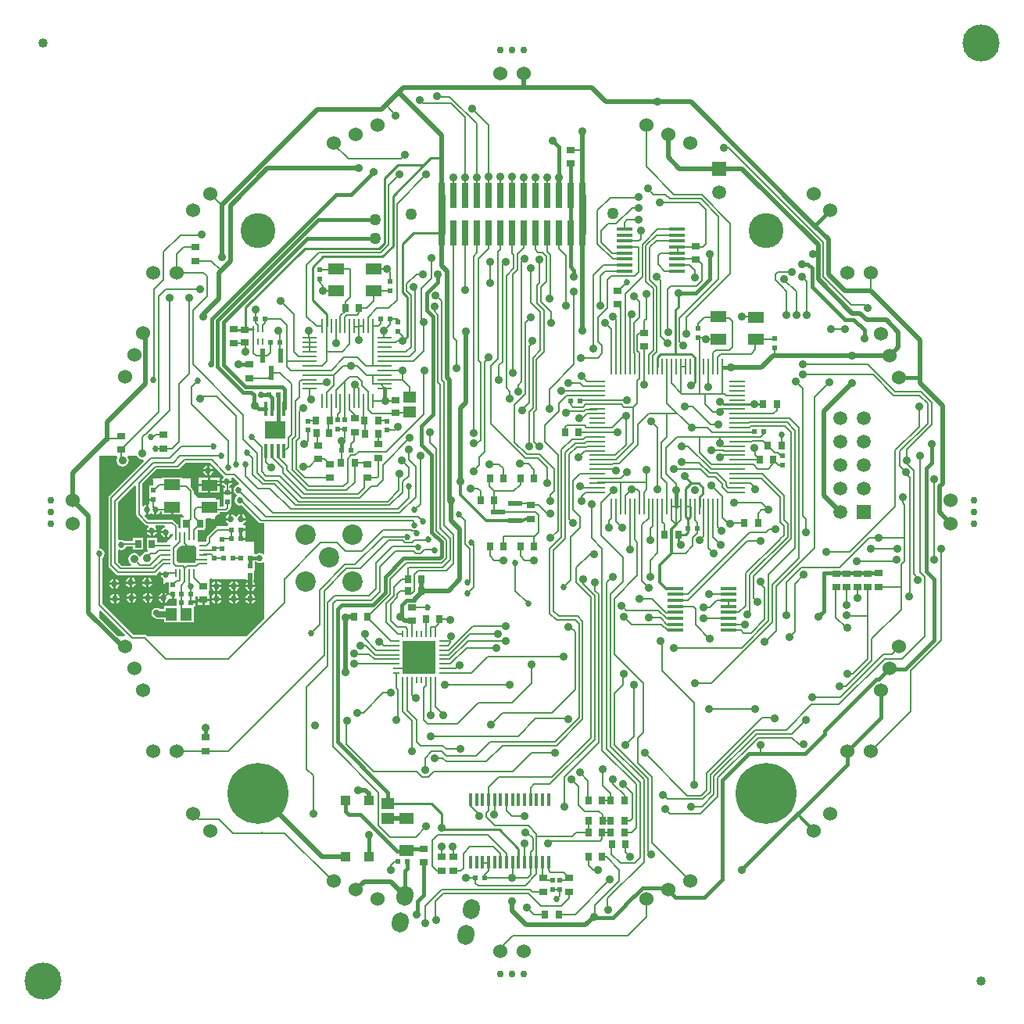
<source format=gbl>
%FSLAX25Y25*%
%MOIN*%
G70*
G01*
G75*
G04 Layer_Physical_Order=2*
G04 Layer_Color=16711680*
%ADD10C,0.01500*%
%ADD11C,0.04000*%
%ADD12R,0.03150X0.05906*%
G04:AMPARAMS|DCode=13|XSize=35.43mil|YSize=27.56mil|CornerRadius=0mil|HoleSize=0mil|Usage=FLASHONLY|Rotation=169.100|XOffset=0mil|YOffset=0mil|HoleType=Round|Shape=Rectangle|*
%AMROTATEDRECTD13*
4,1,4,0.02000,0.01018,0.01479,-0.01688,-0.02000,-0.01018,-0.01479,0.01688,0.02000,0.01018,0.0*
%
%ADD13ROTATEDRECTD13*%

%ADD14R,0.02756X0.03543*%
G04:AMPARAMS|DCode=15|XSize=35.43mil|YSize=27.56mil|CornerRadius=0mil|HoleSize=0mil|Usage=FLASHONLY|Rotation=162.000|XOffset=0mil|YOffset=0mil|HoleType=Round|Shape=Rectangle|*
%AMROTATEDRECTD15*
4,1,4,0.02111,0.00763,0.01259,-0.01858,-0.02111,-0.00763,-0.01259,0.01858,0.02111,0.00763,0.0*
%
%ADD15ROTATEDRECTD15*%

G04:AMPARAMS|DCode=16|XSize=35.43mil|YSize=27.56mil|CornerRadius=0mil|HoleSize=0mil|Usage=FLASHONLY|Rotation=234.000|XOffset=0mil|YOffset=0mil|HoleType=Round|Shape=Rectangle|*
%AMROTATEDRECTD16*
4,1,4,-0.00073,0.02243,0.02156,0.00623,0.00073,-0.02243,-0.02156,-0.00623,-0.00073,0.02243,0.0*
%
%ADD16ROTATEDRECTD16*%

G04:AMPARAMS|DCode=17|XSize=35.43mil|YSize=27.56mil|CornerRadius=0mil|HoleSize=0mil|Usage=FLASHONLY|Rotation=306.000|XOffset=0mil|YOffset=0mil|HoleType=Round|Shape=Rectangle|*
%AMROTATEDRECTD17*
4,1,4,-0.02156,0.00623,0.00073,0.02243,0.02156,-0.00623,-0.00073,-0.02243,-0.02156,0.00623,0.0*
%
%ADD17ROTATEDRECTD17*%

G04:AMPARAMS|DCode=18|XSize=35.43mil|YSize=27.56mil|CornerRadius=0mil|HoleSize=0mil|Usage=FLASHONLY|Rotation=18.000|XOffset=0mil|YOffset=0mil|HoleType=Round|Shape=Rectangle|*
%AMROTATEDRECTD18*
4,1,4,-0.01259,-0.01858,-0.02111,0.00763,0.01259,0.01858,0.02111,-0.00763,-0.01259,-0.01858,0.0*
%
%ADD18ROTATEDRECTD18*%

%ADD19R,0.03543X0.02756*%
%ADD20R,0.08000X0.05000*%
G04:AMPARAMS|DCode=21|XSize=35.43mil|YSize=27.56mil|CornerRadius=0mil|HoleSize=0mil|Usage=FLASHONLY|Rotation=225.000|XOffset=0mil|YOffset=0mil|HoleType=Round|Shape=Rectangle|*
%AMROTATEDRECTD21*
4,1,4,0.00278,0.02227,0.02227,0.00278,-0.00278,-0.02227,-0.02227,-0.00278,0.00278,0.02227,0.0*
%
%ADD21ROTATEDRECTD21*%

G04:AMPARAMS|DCode=22|XSize=19.69mil|YSize=23.62mil|CornerRadius=0mil|HoleSize=0mil|Usage=FLASHONLY|Rotation=337.500|XOffset=0mil|YOffset=0mil|HoleType=Round|Shape=Rectangle|*
%AMROTATEDRECTD22*
4,1,4,-0.01361,-0.00715,-0.00457,0.01468,0.01361,0.00715,0.00457,-0.01468,-0.01361,-0.00715,0.0*
%
%ADD22ROTATEDRECTD22*%

G04:AMPARAMS|DCode=23|XSize=19.69mil|YSize=23.62mil|CornerRadius=0mil|HoleSize=0mil|Usage=FLASHONLY|Rotation=292.500|XOffset=0mil|YOffset=0mil|HoleType=Round|Shape=Rectangle|*
%AMROTATEDRECTD23*
4,1,4,-0.01468,0.00457,0.00715,0.01361,0.01468,-0.00457,-0.00715,-0.01361,-0.01468,0.00457,0.0*
%
%ADD23ROTATEDRECTD23*%

G04:AMPARAMS|DCode=24|XSize=19.69mil|YSize=23.62mil|CornerRadius=0mil|HoleSize=0mil|Usage=FLASHONLY|Rotation=247.500|XOffset=0mil|YOffset=0mil|HoleType=Round|Shape=Rectangle|*
%AMROTATEDRECTD24*
4,1,4,-0.00715,0.01361,0.01468,0.00457,0.00715,-0.01361,-0.01468,-0.00457,-0.00715,0.01361,0.0*
%
%ADD24ROTATEDRECTD24*%

G04:AMPARAMS|DCode=25|XSize=19.69mil|YSize=23.62mil|CornerRadius=0mil|HoleSize=0mil|Usage=FLASHONLY|Rotation=202.500|XOffset=0mil|YOffset=0mil|HoleType=Round|Shape=Rectangle|*
%AMROTATEDRECTD25*
4,1,4,0.00457,0.01468,0.01361,-0.00715,-0.00457,-0.01468,-0.01361,0.00715,0.00457,0.01468,0.0*
%
%ADD25ROTATEDRECTD25*%

%ADD26R,0.02362X0.01969*%
%ADD27R,0.01969X0.02362*%
G04:AMPARAMS|DCode=28|XSize=80mil|YSize=50mil|CornerRadius=0mil|HoleSize=0mil|Usage=FLASHONLY|Rotation=104.000|XOffset=0mil|YOffset=0mil|HoleType=Round|Shape=Rectangle|*
%AMROTATEDRECTD28*
4,1,4,0.03393,-0.03276,-0.01458,-0.04486,-0.03393,0.03276,0.01458,0.04486,0.03393,-0.03276,0.0*
%
%ADD28ROTATEDRECTD28*%

%ADD29R,0.09449X0.09449*%
%ADD30R,0.06850X0.05512*%
%ADD31P,0.13919X4X345.0*%
%ADD32P,0.13919X4X285.0*%
G04:AMPARAMS|DCode=33|XSize=17.32mil|YSize=98.43mil|CornerRadius=0mil|HoleSize=0mil|Usage=FLASHONLY|Rotation=245.000|XOffset=0mil|YOffset=0mil|HoleType=Round|Shape=Rectangle|*
%AMROTATEDRECTD33*
4,1,4,-0.04094,0.02865,0.04826,-0.01295,0.04094,-0.02865,-0.04826,0.01295,-0.04094,0.02865,0.0*
%
%ADD33ROTATEDRECTD33*%

%ADD34R,0.04134X0.05906*%
%ADD35R,0.02362X0.04134*%
G04:AMPARAMS|DCode=36|XSize=64.96mil|YSize=21.65mil|CornerRadius=0mil|HoleSize=0mil|Usage=FLASHONLY|Rotation=259.100|XOffset=0mil|YOffset=0mil|HoleType=Round|Shape=Rectangle|*
%AMROTATEDRECTD36*
4,1,4,-0.00449,0.03394,0.01677,0.02985,0.00449,-0.03394,-0.01677,-0.02985,-0.00449,0.03394,0.0*
%
%ADD36ROTATEDRECTD36*%

%ADD37C,0.00800*%
%ADD38C,0.02500*%
%ADD39C,0.02000*%
%ADD40C,0.01200*%
%ADD41C,0.01000*%
G04:AMPARAMS|DCode=42|XSize=10mil|YSize=50mil|CornerRadius=0mil|HoleSize=0mil|Usage=FLASHONLY|Rotation=216.000|XOffset=0mil|YOffset=0mil|HoleType=Round|Shape=Rectangle|*
%AMROTATEDRECTD42*
4,1,4,-0.01065,0.02316,0.01874,-0.01729,0.01065,-0.02316,-0.01874,0.01729,-0.01065,0.02316,0.0*
%
%ADD42ROTATEDRECTD42*%

G04:AMPARAMS|DCode=43|XSize=10mil|YSize=50mil|CornerRadius=0mil|HoleSize=0mil|Usage=FLASHONLY|Rotation=144.000|XOffset=0mil|YOffset=0mil|HoleType=Round|Shape=Rectangle|*
%AMROTATEDRECTD43*
4,1,4,0.01874,0.01729,-0.01065,-0.02316,-0.01874,-0.01729,0.01065,0.02316,0.01874,0.01729,0.0*
%
%ADD43ROTATEDRECTD43*%

G04:AMPARAMS|DCode=44|XSize=10mil|YSize=50mil|CornerRadius=0mil|HoleSize=0mil|Usage=FLASHONLY|Rotation=288.000|XOffset=0mil|YOffset=0mil|HoleType=Round|Shape=Rectangle|*
%AMROTATEDRECTD44*
4,1,4,-0.02532,-0.00297,0.02223,0.01248,0.02532,0.00297,-0.02223,-0.01248,-0.02532,-0.00297,0.0*
%
%ADD44ROTATEDRECTD44*%

G04:AMPARAMS|DCode=45|XSize=10mil|YSize=50mil|CornerRadius=0mil|HoleSize=0mil|Usage=FLASHONLY|Rotation=72.000|XOffset=0mil|YOffset=0mil|HoleType=Round|Shape=Rectangle|*
%AMROTATEDRECTD45*
4,1,4,0.02223,-0.01248,-0.02532,0.00297,-0.02223,0.01248,0.02532,-0.00297,0.02223,-0.01248,0.0*
%
%ADD45ROTATEDRECTD45*%

%ADD46R,0.01000X0.05000*%
%ADD47C,0.03000*%
%ADD48C,0.15800*%
%ADD49C,0.14900*%
%ADD50C,0.06000*%
%ADD51C,0.26000*%
%ADD52C,0.08661*%
%ADD53C,0.05000*%
%ADD54R,0.05906X0.05906*%
%ADD55C,0.05906*%
G04:AMPARAMS|DCode=56|XSize=86.61mil|YSize=70.87mil|CornerRadius=0mil|HoleSize=0mil|Usage=FLASHONLY|Rotation=79.100|XOffset=0mil|YOffset=0mil|HoleType=Round|Shape=Round|*
%AMOVALD56*
21,1,0.01575,0.07087,0.00000,0.00000,79.1*
1,1,0.07087,-0.00149,-0.00773*
1,1,0.07087,0.00149,0.00773*
%
%ADD56OVALD56*%

%ADD57C,0.03500*%
%ADD58C,0.02700*%
%ADD59C,0.02598*%
%ADD60R,0.06693X0.01378*%
%ADD61R,0.05906X0.02362*%
%ADD62R,0.05512X0.04724*%
%ADD63R,0.03543X0.03150*%
%ADD64R,0.07087X0.04724*%
%ADD65R,0.03150X0.03543*%
%ADD66R,0.08661X0.07480*%
%ADD67O,0.01496X0.06299*%
%ADD68R,0.03937X0.04429*%
%ADD69R,0.06299X0.05118*%
%ADD70R,0.02913X0.11004*%
%ADD71R,0.04724X0.05512*%
%ADD72R,0.01142X0.06890*%
%ADD73R,0.06890X0.01142*%
%ADD74R,0.06496X0.01142*%
%ADD75R,0.01142X0.06496*%
%ADD76O,0.03347X0.00984*%
%ADD77O,0.00984X0.03347*%
%ADD78R,0.14173X0.14173*%
%ADD79O,0.00984X0.03150*%
%ADD80O,0.03150X0.00984*%
%ADD81R,0.02362X0.05906*%
%ADD82R,0.01732X0.05394*%
%ADD83C,0.02913*%
%ADD84C,0.02914*%
%ADD85R,0.07500X0.06000*%
G36*
X239776Y411132D02*
Y399000D01*
X239870Y398532D01*
X240135Y398135D01*
X243635Y394635D01*
X244032Y394370D01*
X244500Y394276D01*
X244831D01*
X245035Y393607D01*
X244950Y393550D01*
X244475Y392839D01*
X244407Y392500D01*
X248593D01*
X248525Y392839D01*
X248050Y393550D01*
X247965Y393607D01*
X248169Y394276D01*
X251867D01*
X251936Y393580D01*
X251661Y393525D01*
X250950Y393050D01*
X250475Y392339D01*
X250407Y392000D01*
X252500D01*
Y391500D01*
X253000D01*
Y389407D01*
X253339Y389475D01*
X254050Y389950D01*
X254525Y390661D01*
X254549Y390780D01*
X255246Y390712D01*
Y389851D01*
X252387Y387073D01*
X251543D01*
X251071Y386979D01*
X248631D01*
Y389072D01*
X244275D01*
Y383928D01*
X244759D01*
X244824Y383830D01*
X245051Y383282D01*
X244500Y383100D01*
D01*
X243505Y382902D01*
X242661Y382339D01*
X242098Y381495D01*
X242040Y381204D01*
X241354Y381068D01*
X240839Y381838D01*
X239995Y382402D01*
X239000Y382600D01*
X238005Y382402D01*
X237161Y381838D01*
X236598Y380995D01*
X236400Y380000D01*
X236598Y379005D01*
X237161Y378162D01*
X237713Y377793D01*
X237509Y377123D01*
X233607D01*
X232000Y378730D01*
Y383674D01*
X232617Y384004D01*
X232661Y383975D01*
X233500Y383808D01*
X234339Y383975D01*
X235050Y384450D01*
X235525Y385161D01*
X235548Y385277D01*
X238369D01*
Y383928D01*
X242725D01*
Y389072D01*
X238369D01*
Y387723D01*
X234790D01*
X234339Y388025D01*
X233500Y388192D01*
X232661Y388025D01*
X232617Y387996D01*
X232000Y388326D01*
Y404270D01*
X239130Y411400D01*
X239776Y411132D01*
D02*
G37*
G36*
X277184Y415357D02*
X277115Y414661D01*
X276950Y414550D01*
X276475Y413839D01*
X276407Y413500D01*
X280593D01*
X280525Y413839D01*
X280240Y414265D01*
X280478Y414709D01*
X281170Y414812D01*
X283631Y412351D01*
X283624Y412315D01*
X283431Y411678D01*
X282661Y411525D01*
X281950Y411050D01*
X281475Y410339D01*
X281308Y409500D01*
X281475Y408661D01*
X281950Y407950D01*
X282661Y407475D01*
X282668Y407473D01*
X282804Y406787D01*
X282450Y406550D01*
X281975Y405839D01*
X281808Y405000D01*
X281975Y404161D01*
X282450Y403450D01*
X283161Y402975D01*
X284000Y402808D01*
X284802Y402968D01*
X292135Y395635D01*
X292532Y395370D01*
X293000Y395276D01*
X294500D01*
Y382492D01*
X293883Y382162D01*
X293339Y382525D01*
X292500Y382692D01*
X291661Y382525D01*
X290995Y382080D01*
X290450D01*
Y382284D01*
X290000D01*
Y387500D01*
X286450D01*
Y388079D01*
X284468D01*
Y389079D01*
X286450D01*
Y390363D01*
D01*
Y390363D01*
X286450Y390363D01*
Y390716D01*
X286450D01*
Y392000D01*
X284468D01*
Y393000D01*
X286450D01*
Y394284D01*
X285476D01*
X285339Y394975D01*
X286050Y395450D01*
X286525Y396161D01*
X286593Y396500D01*
X284500D01*
Y397000D01*
X284000D01*
Y399093D01*
X283661Y399025D01*
X282950Y398550D01*
X282600Y398026D01*
X281900D01*
X281550Y398550D01*
X280839Y399025D01*
X280500Y399093D01*
Y397000D01*
X280000D01*
Y396500D01*
X277907D01*
X277975Y396161D01*
X278450Y395450D01*
X279161Y394975D01*
X279024Y394284D01*
X278550D01*
Y394000D01*
X274326D01*
X274000Y394610D01*
Y393609D01*
X273635Y393365D01*
X270135Y389865D01*
X269870Y389468D01*
X269777Y389000D01*
Y387519D01*
X269758Y387500D01*
X266000D01*
Y392252D01*
X266177Y392428D01*
X269131D01*
Y393000D01*
X269500D01*
Y396945D01*
X270025Y397408D01*
X273611Y396959D01*
X273550Y397050D01*
X273348Y397185D01*
X273285Y397882D01*
X273920Y398500D01*
X273920Y398500D01*
X274292Y398882D01*
X275217D01*
Y399914D01*
X278000D01*
X278468Y400007D01*
X278865Y400273D01*
X279546Y400954D01*
X279812Y401351D01*
X279905Y401819D01*
Y402369D01*
X280465D01*
Y406306D01*
Y407787D01*
X276897D01*
Y406306D01*
Y402369D01*
D01*
Y402369D01*
X276889Y402361D01*
X275217D01*
Y405207D01*
X273685D01*
Y405937D01*
X266268D01*
X264224Y407924D01*
Y409000D01*
X264130Y409468D01*
X263865Y409865D01*
X263116Y410614D01*
Y414500D01*
X259469D01*
Y414755D01*
X250783D01*
Y414500D01*
X247167D01*
X246652Y414000D01*
X247041Y413622D01*
Y411210D01*
X245216D01*
Y407247D01*
Y405791D01*
X247000D01*
Y404791D01*
X245216D01*
Y403602D01*
X245000Y403424D01*
Y401000D01*
Y398907D01*
X245339Y398975D01*
X246050Y399450D01*
X246450D01*
X247161Y398975D01*
X247500Y398907D01*
Y401000D01*
X248500D01*
Y398907D01*
X248839Y398975D01*
X249550Y399450D01*
X250025Y400161D01*
X250086Y400467D01*
X250783Y400398D01*
Y398982D01*
X254626D01*
Y402144D01*
X255626D01*
Y398982D01*
X259469D01*
Y398982D01*
X259534D01*
X260029Y398487D01*
Y397572D01*
X258869D01*
Y393396D01*
X258286Y393009D01*
X257786Y393220D01*
Y393937D01*
X257693Y394405D01*
X257587Y394564D01*
X257428Y394802D01*
X255865Y396365D01*
X255468Y396630D01*
X255000Y396724D01*
X245007D01*
X243383Y398347D01*
X243713Y398964D01*
X244000Y398907D01*
Y401000D01*
Y403093D01*
X243661Y403025D01*
X242950Y402550D01*
X242893Y402465D01*
X242224Y402669D01*
Y411993D01*
X248507Y418277D01*
X257500D01*
X257968Y418370D01*
X258365Y418635D01*
X260907Y421176D01*
X271365D01*
X277184Y415357D01*
D02*
G37*
G36*
X235123Y347647D02*
X234855Y347000D01*
X232095D01*
X224014Y355081D01*
Y357841D01*
X224661Y358108D01*
X235123Y347647D01*
D02*
G37*
G36*
X240662Y423162D02*
X241505Y422598D01*
X242500Y422400D01*
X242778Y422455D01*
X243108Y421838D01*
X228311Y407042D01*
X228046Y406645D01*
X227953Y406177D01*
Y377324D01*
X228046Y376855D01*
X228311Y376458D01*
X231335Y373435D01*
X231732Y373170D01*
X232200Y373077D01*
X247831D01*
X248299Y373170D01*
X248696Y373435D01*
X249839Y374578D01*
X250457Y374248D01*
X250407Y374000D01*
X252500D01*
Y373000D01*
X250407D01*
X250475Y372661D01*
X250950Y371950D01*
X251514Y371573D01*
Y370124D01*
X251514D01*
X251514D01*
Y369776D01*
X251797Y369500D01*
X252158Y369851D01*
D01*
D01*
X252158Y369851D01*
X252158Y369851D01*
X252312Y370000D01*
X253716D01*
Y366987D01*
Y365495D01*
X253050Y365050D01*
X252339Y365525D01*
X252000Y365593D01*
Y363500D01*
Y361407D01*
X252339Y361475D01*
X253050Y361950D01*
X253525Y362661D01*
X253603Y363050D01*
X253716D01*
X253716D01*
X255000Y363050D01*
Y365031D01*
X256000D01*
Y363050D01*
X257050D01*
Y360056D01*
X251688D01*
Y358590D01*
X249990D01*
X249339Y359025D01*
X248500Y359192D01*
X247661Y359025D01*
X246950Y358550D01*
X246475Y357839D01*
X246308Y357000D01*
X246475Y356161D01*
X246950Y355450D01*
X247385Y355160D01*
X247522Y355022D01*
X247522Y355022D01*
X248200Y354569D01*
X249000Y354410D01*
X249000Y354410D01*
X251688D01*
Y352944D01*
X264312D01*
Y359716D01*
X264950D01*
Y361000D01*
X262969D01*
Y362000D01*
X264950D01*
Y363284D01*
X264949D01*
Y364000D01*
X265928D01*
Y363047D01*
X271072D01*
Y364725D01*
X270833D01*
Y366275D01*
X271072D01*
Y370631D01*
X271072D01*
X271072Y371232D01*
X271862Y372000D01*
X272377Y371500D01*
X286716D01*
Y371050D01*
X287241D01*
X287444Y370380D01*
X286950Y370050D01*
X286475Y369339D01*
X286407Y369000D01*
X290593D01*
X290525Y369339D01*
X290050Y370050D01*
X289556Y370380D01*
X289759Y371050D01*
X290091D01*
X290000Y371172D01*
Y374988D01*
X290284D01*
Y378716D01*
X290450D01*
Y378920D01*
X290995D01*
X291661Y378475D01*
X292500Y378308D01*
X293339Y378475D01*
X293883Y378838D01*
X294500Y378508D01*
Y370676D01*
Y354730D01*
X286770Y347000D01*
X244730D01*
X244365Y347365D01*
X243968Y347630D01*
X243500Y347724D01*
X238507D01*
X225238Y360992D01*
Y380481D01*
X225565Y380699D01*
X226040Y381410D01*
X226207Y382249D01*
X226040Y383088D01*
X225565Y383799D01*
X224853Y384275D01*
X224014Y384441D01*
Y424000D01*
X231527D01*
X231857Y423383D01*
X231598Y422995D01*
X231400Y422000D01*
X231598Y421005D01*
X232161Y420161D01*
X233005Y419598D01*
X234000Y419400D01*
X234995Y419598D01*
X235839Y420161D01*
X236402Y421005D01*
X236600Y422000D01*
X236402Y422995D01*
X236143Y423383D01*
X236473Y424000D01*
X240101D01*
X240662Y423162D01*
D02*
G37*
%LPC*%
G36*
X282000Y365093D02*
Y363500D01*
X283593D01*
X283525Y363839D01*
X283050Y364550D01*
X282339Y365025D01*
X282000Y365093D01*
D02*
G37*
G36*
X289000D02*
Y363500D01*
X290593D01*
X290525Y363839D01*
X290050Y364550D01*
X289339Y365025D01*
X289000Y365093D01*
D02*
G37*
G36*
X288000D02*
X287661Y365025D01*
X286950Y364550D01*
X286475Y363839D01*
X286407Y363500D01*
X288000D01*
Y365093D01*
D02*
G37*
G36*
X273500D02*
X273161Y365025D01*
X272450Y364550D01*
X271975Y363839D01*
X271907Y363500D01*
X273500D01*
Y365093D01*
D02*
G37*
G36*
X231250D02*
Y363500D01*
X232843D01*
X232775Y363839D01*
X232300Y364550D01*
X231589Y365025D01*
X231250Y365093D01*
D02*
G37*
G36*
X281000D02*
X280661Y365025D01*
X279950Y364550D01*
X279475Y363839D01*
X279407Y363500D01*
X281000D01*
Y365093D01*
D02*
G37*
G36*
X274500D02*
Y363500D01*
X276093D01*
X276025Y363839D01*
X275550Y364550D01*
X274839Y365025D01*
X274500Y365093D01*
D02*
G37*
G36*
X276093Y368000D02*
X274500D01*
Y366407D01*
X274839Y366475D01*
X275550Y366950D01*
X276025Y367661D01*
X276093Y368000D01*
D02*
G37*
G36*
X273500D02*
X271907D01*
X271975Y367661D01*
X272450Y366950D01*
X273161Y366475D01*
X273500Y366407D01*
Y368000D01*
D02*
G37*
G36*
X283593D02*
X282000D01*
Y366407D01*
X282339Y366475D01*
X283050Y366950D01*
X283525Y367661D01*
X283593Y368000D01*
D02*
G37*
G36*
X281000D02*
X279407D01*
X279475Y367661D01*
X279950Y366950D01*
X280661Y366475D01*
X281000Y366407D01*
Y368000D01*
D02*
G37*
G36*
X251000Y365593D02*
X250661Y365525D01*
X249950Y365050D01*
X249475Y364339D01*
X249407Y364000D01*
X251000D01*
Y365593D01*
D02*
G37*
G36*
X238250D02*
Y364000D01*
X239843D01*
X239775Y364339D01*
X239300Y365050D01*
X238589Y365525D01*
X238250Y365593D01*
D02*
G37*
G36*
X237250D02*
X236911Y365525D01*
X236200Y365050D01*
X235725Y364339D01*
X235657Y364000D01*
X237250D01*
Y365593D01*
D02*
G37*
G36*
X245250D02*
Y364000D01*
X246843D01*
X246775Y364339D01*
X246300Y365050D01*
X245589Y365525D01*
X245250Y365593D01*
D02*
G37*
G36*
X244250D02*
X243911Y365525D01*
X243200Y365050D01*
X242725Y364339D01*
X242657Y364000D01*
X244250D01*
Y365593D01*
D02*
G37*
G36*
X276093Y362500D02*
X274500D01*
Y360907D01*
X274839Y360975D01*
X275550Y361450D01*
X276025Y362161D01*
X276093Y362500D01*
D02*
G37*
G36*
X273500D02*
X271907D01*
X271975Y362161D01*
X272450Y361450D01*
X273161Y360975D01*
X273500Y360907D01*
Y362500D01*
D02*
G37*
G36*
X283593D02*
X282000D01*
Y360907D01*
X282339Y360975D01*
X283050Y361450D01*
X283525Y362161D01*
X283593Y362500D01*
D02*
G37*
G36*
X281000D02*
X279407D01*
X279475Y362161D01*
X279950Y361450D01*
X280661Y360975D01*
X281000Y360907D01*
Y362500D01*
D02*
G37*
G36*
X271072Y362047D02*
X269000D01*
Y360369D01*
X271072D01*
Y362047D01*
D02*
G37*
G36*
X268000D02*
X265928D01*
Y360369D01*
X268000D01*
Y362047D01*
D02*
G37*
G36*
X232843Y362500D02*
X231250D01*
Y360907D01*
X231589Y360975D01*
X232300Y361450D01*
X232775Y362161D01*
X232843Y362500D01*
D02*
G37*
G36*
X230250D02*
X228657D01*
X228725Y362161D01*
X229200Y361450D01*
X229911Y360975D01*
X230250Y360907D01*
Y362500D01*
D02*
G37*
G36*
X246843Y363000D02*
X245250D01*
Y361407D01*
X245589Y361475D01*
X246300Y361950D01*
X246775Y362661D01*
X246843Y363000D01*
D02*
G37*
G36*
X244250D02*
X242657D01*
X242725Y362661D01*
X243200Y361950D01*
X243911Y361475D01*
X244250Y361407D01*
Y363000D01*
D02*
G37*
G36*
X230250Y365093D02*
X229911Y365025D01*
X229200Y364550D01*
X228725Y363839D01*
X228657Y363500D01*
X230250D01*
Y365093D01*
D02*
G37*
G36*
X251000Y363000D02*
X249407D01*
X249475Y362661D01*
X249950Y361950D01*
X250661Y361475D01*
X251000Y361407D01*
Y363000D01*
D02*
G37*
G36*
X290593Y362500D02*
X289000D01*
Y360907D01*
X289339Y360975D01*
X290050Y361450D01*
X290525Y362161D01*
X290593Y362500D01*
D02*
G37*
G36*
X288000D02*
X286407D01*
X286475Y362161D01*
X286950Y361450D01*
X287661Y360975D01*
X288000Y360907D01*
Y362500D01*
D02*
G37*
G36*
X239843Y363000D02*
X238250D01*
Y361407D01*
X238589Y361475D01*
X239300Y361950D01*
X239775Y362661D01*
X239843Y363000D01*
D02*
G37*
G36*
X237250D02*
X235657D01*
X235725Y362661D01*
X236200Y361950D01*
X236911Y361475D01*
X237250Y361407D01*
Y363000D01*
D02*
G37*
G36*
X288000Y368000D02*
X286407D01*
X286475Y367661D01*
X286950Y366950D01*
X287661Y366475D01*
X288000Y366407D01*
Y368000D01*
D02*
G37*
G36*
X279500Y399093D02*
X279161Y399025D01*
X278450Y398550D01*
X277975Y397839D01*
X277907Y397500D01*
X279500D01*
Y399093D01*
D02*
G37*
G36*
X274000Y396377D02*
Y396000D01*
X274093D01*
X274025Y396339D01*
X274000Y396377D01*
D02*
G37*
G36*
X270374Y410993D02*
X266531D01*
Y408331D01*
X270374D01*
Y410993D01*
D02*
G37*
G36*
X285000Y399093D02*
Y397500D01*
X286593D01*
X286525Y397839D01*
X286050Y398550D01*
X285339Y399025D01*
X285000Y399093D01*
D02*
G37*
G36*
X246000Y391500D02*
X244407D01*
X244475Y391161D01*
X244950Y390450D01*
X245661Y389975D01*
X246000Y389907D01*
Y391500D01*
D02*
G37*
G36*
X252000Y391000D02*
X250407D01*
X250475Y390661D01*
X250950Y389950D01*
X251661Y389475D01*
X252000Y389407D01*
Y391000D01*
D02*
G37*
G36*
X274093Y395000D02*
X274000D01*
Y394623D01*
X274025Y394661D01*
X274093Y395000D01*
D02*
G37*
G36*
X248593Y391500D02*
X247000D01*
Y389907D01*
X247339Y389975D01*
X248050Y390450D01*
X248525Y391161D01*
X248593Y391500D01*
D02*
G37*
G36*
X272593Y417319D02*
X271000D01*
Y415726D01*
X271339Y415794D01*
X272050Y416269D01*
X272525Y416980D01*
X272593Y417319D01*
D02*
G37*
G36*
X270000D02*
X268407D01*
X268475Y416980D01*
X268950Y416269D01*
X269661Y415794D01*
X270000Y415726D01*
Y417319D01*
D02*
G37*
G36*
X271000Y419912D02*
Y418319D01*
X272593D01*
X272525Y418658D01*
X272050Y419369D01*
X271339Y419844D01*
X271000Y419912D01*
D02*
G37*
G36*
X270000D02*
X269661Y419844D01*
X268950Y419369D01*
X268475Y418658D01*
X268407Y418319D01*
X270000D01*
Y419912D01*
D02*
G37*
G36*
X280593Y412500D02*
X276407D01*
X276475Y412161D01*
X276950Y411450D01*
X277661Y410975D01*
X277710Y410965D01*
X277641Y410268D01*
X276897D01*
Y408787D01*
X280465D01*
Y410268D01*
X279359D01*
X279290Y410965D01*
X279339Y410975D01*
X280050Y411450D01*
X280525Y412161D01*
X280593Y412500D01*
D02*
G37*
G36*
X275217Y410993D02*
X271374D01*
Y408331D01*
X275217D01*
Y410993D01*
D02*
G37*
G36*
Y414655D02*
X271374D01*
Y411993D01*
X275217D01*
Y414655D01*
D02*
G37*
G36*
X270374D02*
X266531D01*
Y411993D01*
X270374D01*
Y414655D01*
D02*
G37*
G36*
X245000Y372093D02*
Y370500D01*
X246593D01*
X246525Y370839D01*
X246050Y371550D01*
X245339Y372025D01*
X245000Y372093D01*
D02*
G37*
G36*
X244000Y369500D02*
X242407D01*
X242475Y369161D01*
X242950Y368450D01*
X243661Y367975D01*
X244000Y367907D01*
Y369500D01*
D02*
G37*
G36*
X239593D02*
X238000D01*
Y367907D01*
X238339Y367975D01*
X239050Y368450D01*
X239525Y369161D01*
X239593Y369500D01*
D02*
G37*
G36*
X273500Y370593D02*
X273161Y370525D01*
X272450Y370050D01*
X271975Y369339D01*
X271907Y369000D01*
X273500D01*
Y370593D01*
D02*
G37*
G36*
X246593Y369500D02*
X245000D01*
Y367907D01*
X245339Y367975D01*
X246050Y368450D01*
X246525Y369161D01*
X246593Y369500D01*
D02*
G37*
G36*
X230000Y369000D02*
X228407D01*
X228475Y368661D01*
X228950Y367950D01*
X229661Y367475D01*
X230000Y367407D01*
Y369000D01*
D02*
G37*
G36*
X290593Y368000D02*
X289000D01*
Y366407D01*
X289339Y366475D01*
X290050Y366950D01*
X290525Y367661D01*
X290593Y368000D01*
D02*
G37*
G36*
X237000Y369500D02*
X235407D01*
X235475Y369161D01*
X235950Y368450D01*
X236661Y367975D01*
X237000Y367907D01*
Y369500D01*
D02*
G37*
G36*
X232593Y369000D02*
X231000D01*
Y367407D01*
X231339Y367475D01*
X232050Y367950D01*
X232525Y368661D01*
X232593Y369000D01*
D02*
G37*
G36*
X237000Y372093D02*
X236661Y372025D01*
X235950Y371550D01*
X235475Y370839D01*
X235407Y370500D01*
X237000D01*
Y372093D01*
D02*
G37*
G36*
X231000Y371593D02*
Y370000D01*
X232593D01*
X232525Y370339D01*
X232050Y371050D01*
X231339Y371525D01*
X231000Y371593D01*
D02*
G37*
G36*
X244000Y372093D02*
X243661Y372025D01*
X242950Y371550D01*
X242475Y370839D01*
X242407Y370500D01*
X244000D01*
Y372093D01*
D02*
G37*
G36*
X238000D02*
Y370500D01*
X239593D01*
X239525Y370839D01*
X239050Y371550D01*
X238339Y372025D01*
X238000Y372093D01*
D02*
G37*
G36*
X281000Y370593D02*
X280661Y370525D01*
X279950Y370050D01*
X279475Y369339D01*
X279407Y369000D01*
X281000D01*
Y370593D01*
D02*
G37*
G36*
X274500D02*
Y369000D01*
X276093D01*
X276025Y369339D01*
X275550Y370050D01*
X274839Y370525D01*
X274500Y370593D01*
D02*
G37*
G36*
X230000Y371593D02*
X229661Y371525D01*
X228950Y371050D01*
X228475Y370339D01*
X228407Y370000D01*
X230000D01*
Y371593D01*
D02*
G37*
G36*
X282000Y370593D02*
Y369000D01*
X283593D01*
X283525Y369339D01*
X283050Y370050D01*
X282339Y370525D01*
X282000Y370593D01*
D02*
G37*
%LPD*%
D10*
X288468Y377000D02*
X288500Y376969D01*
X288468Y377000D02*
Y380500D01*
X369164Y380350D02*
X370003Y381189D01*
X353850Y380350D02*
X369164D01*
X370003Y383592D02*
Y387239D01*
X365850Y391392D02*
Y424417D01*
Y391392D02*
X370003Y387239D01*
X361500Y428767D02*
X365850Y424417D01*
X355086Y362381D02*
X358500D01*
X353056Y360350D02*
X355086Y362381D01*
X353056Y356056D02*
Y360350D01*
X346000Y372500D02*
X353850Y380350D01*
X272000Y463000D02*
Y482505D01*
X370003Y381189D02*
Y383592D01*
X370003Y383592D02*
X370003Y383592D01*
X346000Y365805D02*
Y372500D01*
X340695Y360500D02*
X346000Y365805D01*
X327500Y360500D02*
X340695D01*
X325600Y358600D02*
X327500Y360500D01*
X288468Y380500D02*
X292500D01*
X277000Y462706D02*
X286206Y453500D01*
X277000Y462706D02*
Y481000D01*
X312600Y516600D01*
X274500Y461953D02*
Y481753D01*
X317347Y524600D01*
X272000Y482505D02*
X324995Y535500D01*
X274500Y461953D02*
X285253Y451200D01*
X283453Y462953D02*
X288000D01*
X290500Y445500D02*
X292043Y443957D01*
X290100Y445900D02*
X290500Y445500D01*
X290100Y445900D02*
Y449900D01*
X288800Y451200D02*
X290100Y449900D01*
X285253Y451200D02*
X288800D01*
X302839Y443957D02*
X303200Y444318D01*
Y452300D01*
X302000Y453500D02*
X303200Y452300D01*
X286206Y453500D02*
X302000D01*
X292856Y449856D02*
X293000Y450000D01*
X292501D02*
X296531D01*
X300279Y436279D02*
Y443957D01*
Y449811D02*
X300469Y450000D01*
X300279Y443957D02*
Y449811D01*
X296531Y450000D02*
X297721Y448811D01*
Y443957D02*
Y448811D01*
X425000Y548547D02*
X425000Y548547D01*
Y535002D02*
Y548547D01*
X490200Y461700D02*
X493300D01*
X355500Y248000D02*
Y251000D01*
X351000Y255500D02*
X355000D01*
X328980Y272520D02*
Y276969D01*
Y272520D02*
X330500Y271000D01*
X335500D01*
X347000Y275650D02*
Y280500D01*
X339000Y253051D02*
X339020Y253031D01*
X339000Y253051D02*
Y262500D01*
X361500Y436667D02*
X366450Y441617D01*
X361500Y428767D02*
Y436667D01*
X500886Y297000D02*
X525167D01*
X564927Y457461D02*
X573900D01*
X543000Y292500D02*
Y297500D01*
X498739Y248239D02*
X543000Y292500D01*
X478467Y493500D02*
X484500Y499533D01*
X471000Y493500D02*
X478467D01*
X529186Y522114D02*
X535836Y528764D01*
X533500Y306723D02*
X555388Y328611D01*
X533500Y305333D02*
Y306723D01*
X525167Y297000D02*
X533500Y305333D01*
X576600Y374630D02*
X580000Y371230D01*
Y345400D02*
Y371230D01*
X567700Y333100D02*
X580000Y345400D01*
X576600Y418800D02*
X579000Y421200D01*
Y429000D01*
X417500Y558500D02*
X420200Y555800D01*
Y542900D02*
Y555800D01*
X368500Y498167D02*
Y501500D01*
X363600Y493267D02*
X368500Y498167D01*
X366450Y441617D02*
Y483292D01*
X425050Y504550D02*
X426500Y503100D01*
Y500300D02*
Y503100D01*
X363600Y486142D02*
Y493267D01*
Y486142D02*
X366450Y483292D01*
X550300Y474100D02*
Y477700D01*
X545800Y482200D02*
X550300Y477700D01*
X542067Y482200D02*
X545800D01*
X556411Y328611D02*
X561100Y333300D01*
X555388Y328611D02*
X556411D01*
X576600Y374630D02*
Y418800D01*
X269500Y303953D02*
Y308000D01*
X354500Y247000D02*
X355500Y248000D01*
X354500Y236328D02*
Y247000D01*
X448500Y232547D02*
X455577Y239623D01*
X465977D01*
X484500Y499533D02*
Y510000D01*
X526100Y505800D02*
X528000Y503900D01*
Y496182D02*
Y503900D01*
X425050Y504550D02*
Y518948D01*
X469800Y235600D02*
X482100D01*
X528000Y496182D02*
X539782Y484400D01*
X561300Y333100D02*
X567700D01*
X466819Y238581D02*
X469800Y235600D01*
X359600Y228700D02*
Y233904D01*
X362500Y236804D01*
Y250547D01*
X470037Y402277D02*
Y409037D01*
X539867Y484400D02*
X542067Y482200D01*
X530750Y355550D02*
X533000Y357800D01*
Y373900D01*
X425000Y518998D02*
Y535002D01*
X327422Y426578D02*
Y430373D01*
X299000Y435000D02*
X300279Y436279D01*
X292043Y443957D02*
X295161D01*
X345843Y447557D02*
Y452573D01*
X482100Y235600D02*
X489750Y243250D01*
X543000Y298000D02*
X557500Y312500D01*
Y324000D01*
X435500Y227000D02*
X443000D01*
X448500Y232500D01*
X489750Y243250D02*
Y285864D01*
X500886Y297000D01*
X355842Y256453D02*
X362500D01*
X312600Y516600D02*
X341800D01*
X317347Y524600D02*
X341800D01*
X331500Y535500D02*
X341000Y545000D01*
X324995Y535500D02*
X331500D01*
X335500Y271000D02*
X351000Y255500D01*
X325600Y301900D02*
Y358600D01*
Y301900D02*
X347000Y280500D01*
X328200Y332000D02*
X329000Y332800D01*
X533000Y373900D02*
X555600D01*
X523804Y505700D02*
X526100Y505800D01*
D11*
X600000Y200000D02*
D03*
X200000Y600000D02*
D03*
D14*
X442147Y268400D02*
D03*
X448053D02*
D03*
X447953Y263400D02*
D03*
X442047D02*
D03*
X438553Y268400D02*
D03*
X432647D02*
D03*
X342953Y439000D02*
D03*
X337047D02*
D03*
X316447Y438900D02*
D03*
X322353D02*
D03*
X363247Y354300D02*
D03*
X369153D02*
D03*
X334853Y487200D02*
D03*
X328947D02*
D03*
X438453Y263400D02*
D03*
X432547D02*
D03*
Y253000D02*
D03*
X438453D02*
D03*
X465047Y390500D02*
D03*
X470953D02*
D03*
X261047Y395000D02*
D03*
X266953D02*
D03*
X442547Y258500D02*
D03*
X448453D02*
D03*
X392453Y405000D02*
D03*
X386547D02*
D03*
X396453Y385500D02*
D03*
X390547D02*
D03*
X403547Y414500D02*
D03*
X409453D02*
D03*
Y385500D02*
D03*
X403547D02*
D03*
X390547Y414500D02*
D03*
X396453D02*
D03*
X414047Y228500D02*
D03*
X419953D02*
D03*
X507047Y446000D02*
D03*
X512953D02*
D03*
X432547Y277100D02*
D03*
X438453D02*
D03*
X447953Y277100D02*
D03*
X442047D02*
D03*
X338453Y355500D02*
D03*
X332547D02*
D03*
X246453Y386500D02*
D03*
X240547D02*
D03*
X514953Y428500D02*
D03*
X509047D02*
D03*
X355547Y366500D02*
D03*
X361453D02*
D03*
X355547Y371500D02*
D03*
X361453D02*
D03*
X327047Y421000D02*
D03*
X332953D02*
D03*
X504953Y395500D02*
D03*
X499047D02*
D03*
D19*
X343000Y423147D02*
D03*
Y429053D02*
D03*
X338500Y420453D02*
D03*
Y414547D02*
D03*
X281500Y477953D02*
D03*
Y472047D02*
D03*
X317500Y422547D02*
D03*
Y428453D02*
D03*
X478500Y507547D02*
D03*
Y513453D02*
D03*
X322500Y420453D02*
D03*
Y414547D02*
D03*
X333000Y434047D02*
D03*
Y439953D02*
D03*
X408200Y403053D02*
D03*
Y397147D02*
D03*
X538300Y367947D02*
D03*
Y373853D02*
D03*
X542800Y367947D02*
D03*
Y373853D02*
D03*
X547300Y367947D02*
D03*
Y373853D02*
D03*
X551800Y367947D02*
D03*
Y373853D02*
D03*
X265000Y512953D02*
D03*
Y507047D02*
D03*
X269500Y298047D02*
D03*
Y303953D02*
D03*
X251500Y427047D02*
D03*
Y432953D02*
D03*
X233500Y426547D02*
D03*
Y432453D02*
D03*
X375000Y247047D02*
D03*
Y252953D02*
D03*
X370000Y247047D02*
D03*
Y252953D02*
D03*
X362500Y250547D02*
D03*
Y256453D02*
D03*
X445000Y494453D02*
D03*
Y488547D02*
D03*
X556500Y368047D02*
D03*
Y373953D02*
D03*
X424500Y243953D02*
D03*
Y238047D02*
D03*
X413500Y243953D02*
D03*
Y238047D02*
D03*
X425000Y554453D02*
D03*
Y548547D02*
D03*
X288000Y457047D02*
D03*
Y462953D02*
D03*
X268500Y362547D02*
D03*
Y368453D02*
D03*
D26*
X331469Y426500D02*
D03*
X327531D02*
D03*
X290832Y482300D02*
D03*
X294769D02*
D03*
X344031Y482500D02*
D03*
X347969D02*
D03*
X388469Y244000D02*
D03*
X384531D02*
D03*
X277031Y380500D02*
D03*
X280969D02*
D03*
X284531D02*
D03*
X288468D02*
D03*
X280531Y392500D02*
D03*
X284468D02*
D03*
X280531Y388579D02*
D03*
X284468D02*
D03*
X259031Y361500D02*
D03*
X262969D02*
D03*
X355468Y251000D02*
D03*
X351531D02*
D03*
X425031Y447500D02*
D03*
X428968D02*
D03*
X503531Y434500D02*
D03*
X507469D02*
D03*
X478969Y393000D02*
D03*
X475031D02*
D03*
X297031Y472500D02*
D03*
X300969D02*
D03*
X300469Y450000D02*
D03*
X296531D02*
D03*
X262968Y365000D02*
D03*
X259031D02*
D03*
D27*
X325800Y435432D02*
D03*
Y439369D02*
D03*
X346600Y438869D02*
D03*
Y434931D02*
D03*
X312900Y438869D02*
D03*
Y434931D02*
D03*
X328800Y435432D02*
D03*
Y439369D02*
D03*
X318000Y503468D02*
D03*
Y499531D02*
D03*
X512000Y470031D02*
D03*
Y473969D02*
D03*
X479500Y474531D02*
D03*
Y478469D02*
D03*
X273000Y384468D02*
D03*
Y380531D02*
D03*
X247000Y409229D02*
D03*
Y405291D02*
D03*
X278681Y404350D02*
D03*
Y408287D02*
D03*
X288500Y376969D02*
D03*
Y373031D02*
D03*
X255500Y368969D02*
D03*
Y365031D02*
D03*
X351500Y477031D02*
D03*
Y480969D02*
D03*
X417500Y239032D02*
D03*
Y242969D02*
D03*
X420500Y239032D02*
D03*
Y242969D02*
D03*
X515500Y420031D02*
D03*
Y423969D02*
D03*
X348000Y494532D02*
D03*
Y498469D02*
D03*
X276500Y384531D02*
D03*
Y388469D02*
D03*
D37*
X278165Y416106D02*
X281606D01*
X271872Y422400D02*
X278165Y416106D01*
X260400Y422400D02*
X271872D01*
X257500Y419500D02*
X260400Y422400D01*
X248000Y419500D02*
X257500D01*
X258500Y424000D02*
X276000D01*
X255618Y421118D02*
X258500Y424000D01*
X247118Y421118D02*
X255618D01*
X254000Y423000D02*
X259000Y428000D01*
X246000Y423000D02*
X254000D01*
X259000Y428000D02*
X272772D01*
X255047Y427047D02*
X258000Y430000D01*
X251500Y427047D02*
X255047D01*
X241000Y412500D02*
X248000Y419500D01*
X241000Y399000D02*
Y412500D01*
X230777Y404776D02*
X247118Y421118D01*
X230777Y378223D02*
Y404776D01*
X229176Y406177D02*
X246000Y423000D01*
X229176Y377324D02*
Y406177D01*
X242500Y425000D02*
Y432106D01*
X255000Y395500D02*
X256563Y393937D01*
X244500Y395500D02*
X255000D01*
X241000Y399000D02*
X244500Y395500D01*
X251500Y363500D02*
X253031Y365031D01*
X255500D01*
X329431Y376031D02*
X335531D01*
X319900Y366500D02*
X329431Y376031D01*
X259031Y361500D02*
Y365000D01*
X233500Y386000D02*
Y386192D01*
X233808Y386500D01*
X236000D01*
X233100Y375900D02*
X247168D01*
X230777Y378223D02*
X233100Y375900D01*
X229176Y377324D02*
X232200Y374300D01*
X238000Y346500D02*
X243500D01*
X224014Y360486D02*
X238000Y346500D01*
X224014Y360486D02*
Y382249D01*
X264500Y379850D02*
X268276D01*
X260500Y386543D02*
X262319Y384724D01*
X258624Y518124D02*
X267776D01*
X247400Y456400D02*
Y494900D01*
X251500Y511000D02*
X258624Y518124D01*
X251500Y499000D02*
Y511000D01*
X247400Y494900D02*
X251500Y499000D01*
X246950Y456400D02*
X247400D01*
X263950Y485950D02*
X270000Y492000D01*
X268500Y502000D02*
X269950Y500550D01*
Y492050D02*
X270000Y492000D01*
X269950Y492050D02*
Y500550D01*
X271853Y507047D02*
X275900Y503000D01*
X265000Y507047D02*
X271853D01*
X373500Y354300D02*
X373700Y354100D01*
X369153Y354300D02*
X373500D01*
X262969Y362000D02*
X267953D01*
X262969D02*
Y369276D01*
Y361500D02*
Y362000D01*
X252500Y373500D02*
X253043Y374043D01*
X256563D01*
X268276Y381819D02*
X268366Y381909D01*
X271622D01*
X273000Y380531D01*
X273031Y380500D01*
X277031D01*
X280969D02*
X284531D01*
X363756Y359256D02*
X364000Y359500D01*
X357500Y359256D02*
X363756D01*
X358500Y373500D02*
X359900Y374900D01*
X372100D01*
X375200Y378000D01*
Y390300D01*
X370334Y376500D02*
X373600Y379766D01*
X356000Y376500D02*
X370334D01*
X369971Y378400D02*
X371953Y380382D01*
X355104Y378400D02*
X369971D01*
X361056Y382450D02*
X362606Y384000D01*
X358944Y382450D02*
X361056D01*
X357894Y383500D02*
X358944Y382450D01*
X362606Y384000D02*
X366712D01*
X367000Y383713D01*
X358500Y388000D02*
X365000D01*
X364500Y388500D02*
X365000Y388000D01*
X367800Y392200D02*
X372000Y388000D01*
X367800Y392200D02*
Y427000D01*
X365000Y429800D02*
X367800Y427000D01*
X369400Y392944D02*
X373600Y388744D01*
X369400Y393237D02*
X369547Y393091D01*
X368400Y455500D02*
Y484100D01*
X369400Y393237D02*
Y454500D01*
X368400Y455500D02*
X369400Y454500D01*
X370000Y456500D02*
X371000Y455500D01*
Y394500D02*
X375200Y390300D01*
X370000Y456500D02*
Y490000D01*
X371000Y394500D02*
Y455500D01*
X355547Y376047D02*
X356000Y376500D01*
X347950Y371246D02*
X355104Y378400D01*
X355547Y371500D02*
Y376047D01*
X358500Y366500D02*
Y373500D01*
X349600Y364237D02*
Y368100D01*
X353000Y371500D01*
X348313Y360687D02*
X351200Y363575D01*
Y365200D01*
X352500Y366500D01*
X346500Y361137D02*
X349600Y364237D01*
X338500Y355500D02*
X348000Y365000D01*
X347950Y365050D02*
X348000Y365000D01*
X347950Y365050D02*
Y371246D01*
X348313Y353687D02*
X351000Y351000D01*
X348313Y353687D02*
Y360687D01*
X355547Y365500D02*
X357500D01*
X352500Y366500D02*
X355547D01*
X346500Y353000D02*
Y361137D01*
X373600Y379766D02*
Y388744D01*
X353000Y371500D02*
X355547D01*
X372000Y382391D02*
Y388000D01*
X371953Y380382D02*
Y382344D01*
X372000Y382391D01*
X262350Y459000D02*
Y491350D01*
X258000Y454650D02*
X262350Y459000D01*
X258000Y430000D02*
Y454650D01*
X263500Y453500D02*
X266200Y456200D01*
X263500Y446100D02*
Y453500D01*
Y446100D02*
X279100Y430500D01*
X246975Y431975D02*
X247953Y432953D01*
X242500Y432106D02*
X244919Y434525D01*
X245025D02*
X254000Y443500D01*
X244919Y434525D02*
X245025D01*
X245975Y431975D02*
X246975D01*
X232497Y431450D02*
X233500Y432453D01*
X227500Y431450D02*
X232497D01*
X247953Y432953D02*
X251500D01*
X270500Y413000D02*
X278500D01*
X278681Y412819D01*
Y408287D02*
Y412819D01*
X281606Y416106D02*
X298012Y399700D01*
X279100Y419000D02*
Y430500D01*
X243500Y346500D02*
X252500Y337500D01*
X273000Y384468D02*
X273197Y384665D01*
X272319Y383787D02*
X273000Y384468D01*
X276366Y384665D02*
X276500Y384531D01*
X273197Y384665D02*
X276366D01*
X268276Y383787D02*
X272319D01*
X276610Y388579D02*
X280531D01*
Y392500D01*
X274500D02*
X280531D01*
X271000Y389000D02*
X274500Y392500D01*
X271000Y387012D02*
Y389000D01*
X269744Y385756D02*
X271000Y387012D01*
X268276Y385756D02*
X269744D01*
X381000Y370000D02*
X381328D01*
X381894Y370566D01*
Y384500D01*
X380050Y386344D02*
X381894Y384500D01*
X380050Y386344D02*
Y396450D01*
X377500Y399000D02*
X380050Y396450D01*
X382809Y387191D02*
X383560Y386440D01*
Y368060D02*
Y386440D01*
X357444Y391950D02*
X359550D01*
X422000Y368000D02*
X425000Y371000D01*
X401500Y366500D02*
Y378500D01*
Y366500D02*
X407000Y361000D01*
X343600Y376600D02*
X350500Y383500D01*
X357894D01*
X359650Y385350D02*
X360000Y385000D01*
X348950Y385350D02*
X359650D01*
X346650Y383050D02*
X348950Y385350D01*
X357450Y386950D02*
X358500Y388000D01*
X354444Y386950D02*
X357450D01*
X353494Y387900D02*
X354444Y386950D01*
X347400Y387900D02*
X353494D01*
X335531Y376031D02*
X347400Y387900D01*
X346550Y383050D02*
X346650D01*
X381000Y365500D02*
X383560Y368060D01*
X345000Y389500D02*
X355500D01*
X333131Y377631D02*
X345000Y389500D01*
X359500Y391000D02*
X359550Y391050D01*
Y391950D01*
X356894Y392500D02*
X357444Y391950D01*
X345000Y392500D02*
X356894D01*
X336000Y383500D02*
X345000Y392500D01*
X358500Y394500D02*
Y395500D01*
X357600Y396400D02*
X358500Y395500D01*
X333922Y396400D02*
X357600D01*
X334584Y398000D02*
X360000D01*
X362000Y396000D01*
X360900Y403400D02*
Y424200D01*
X358500Y401000D02*
X360900Y403400D01*
X329000Y383500D02*
X336000D01*
X325500Y387000D02*
X329000Y383500D01*
X328768Y377631D02*
X333131D01*
X318000Y366863D02*
X328768Y377631D01*
X318500Y387000D02*
X325500D01*
X303000Y371500D02*
X318500Y387000D01*
X303000Y361500D02*
Y371500D01*
X279000Y337500D02*
X303000Y361500D01*
X252500Y337500D02*
X279000D01*
X267953Y362000D02*
X268500Y362547D01*
X259031Y359118D02*
X261150Y357000D01*
X259031Y359118D02*
Y361500D01*
X342000Y378500D02*
X346550Y383050D01*
X357500Y365500D02*
X358500Y366500D01*
X333822Y396500D02*
X333922Y396400D01*
X343600Y366163D02*
Y376600D01*
X342000Y367500D02*
Y378500D01*
X334484Y398100D02*
X334584Y398000D01*
X294900Y398100D02*
X334484D01*
X283500Y409500D02*
X294900Y398100D01*
X359000Y406500D02*
Y419500D01*
X352200Y399700D02*
X359000Y406500D01*
X298012Y399700D02*
X352200D01*
X279000Y419000D02*
X279100D01*
X291800Y410200D02*
X296800D01*
X286500Y415500D02*
Y420500D01*
Y415500D02*
X291800Y410200D01*
X274131Y449369D02*
X282500Y441000D01*
X282500Y420500D02*
X282996Y420996D01*
Y420996D01*
X282500Y420500D02*
X282996Y420996D01*
X282500Y420500D02*
Y441000D01*
X289500Y416000D02*
Y423000D01*
X287000Y425500D02*
X289500Y423000D01*
X285500Y431000D02*
Y441500D01*
X291500Y416656D02*
Y425000D01*
X285500Y431000D02*
X291500Y425000D01*
X289000Y432000D02*
X293213Y427787D01*
X289500Y416000D02*
X293600Y411900D01*
X291500Y416656D02*
X294656Y413500D01*
X293213Y417287D02*
Y427787D01*
Y417287D02*
X295050Y415450D01*
X295161Y421339D02*
X297500Y419000D01*
X295161Y421339D02*
Y426043D01*
X356000Y406000D02*
Y411000D01*
X296800Y410200D02*
X305700Y401300D01*
X351300D01*
X356000Y406000D01*
X293600Y411900D02*
X298600D01*
X353450Y408500D02*
Y412950D01*
X347850Y402900D02*
X353450Y408500D01*
X307600Y402900D02*
X347850D01*
X298600Y411900D02*
X307600Y402900D01*
X351850Y409350D02*
Y416350D01*
X347000Y404500D02*
X351850Y409350D01*
X309000Y404500D02*
X347000D01*
X300000Y413500D02*
X309000Y404500D01*
X294656Y413500D02*
X300000D01*
X338453Y355500D02*
X338500D01*
X348469Y345090D02*
X350557D01*
X338453Y355106D02*
X348469Y345090D01*
X338453Y355106D02*
Y355500D01*
X346500Y353000D02*
X351457Y348043D01*
X339937Y362500D02*
X343600Y366163D01*
X339000Y364500D02*
X342000Y367500D01*
X314500Y348500D02*
X318000Y352000D01*
Y366863D01*
X319900Y338900D02*
Y366500D01*
X324500Y364500D02*
X339000D01*
X321500Y361500D02*
X324500Y364500D01*
X321500Y334500D02*
Y361500D01*
X325000Y362500D02*
X339937D01*
X323600Y361100D02*
X325000Y362500D01*
X279047Y298047D02*
X319900Y338900D01*
X312500Y325500D02*
X321500Y334500D01*
X351850Y416350D02*
X352000Y416500D01*
X353450Y412950D02*
X356000Y415500D01*
X356200Y422300D02*
X359000Y419500D01*
X248000Y427000D02*
X248047Y427047D01*
X251500D01*
X270874Y402044D02*
X271781Y401138D01*
X278000D01*
X278681Y401819D01*
Y404350D01*
X267869Y449369D02*
X274131D01*
X263950Y463050D02*
X285500Y441500D01*
X284000Y405000D02*
X284500D01*
X293000Y396500D01*
X333822D01*
X256563Y389595D02*
Y393937D01*
X251413Y377882D02*
X252724D01*
X247831Y374300D02*
X251413Y377882D01*
X232200Y374300D02*
X247831D01*
X236000Y386500D02*
X240547D01*
X264437Y392484D02*
X266953Y395000D01*
X264437Y389595D02*
Y392484D01*
X262468Y389595D02*
Y396453D01*
X248000Y401000D02*
X253981D01*
X255126Y402144D01*
X247000Y402000D02*
X248000Y401000D01*
X247000Y402000D02*
Y405291D01*
Y409229D02*
X247229D01*
X249593Y411593D01*
X255126D01*
X266953Y395000D02*
Y395213D01*
X264600Y397565D02*
X266953Y395213D01*
X264600Y397565D02*
Y401100D01*
X265545Y402044D01*
X270874D01*
X261047Y395000D02*
X263000Y396953D01*
Y409000D01*
X261000Y411000D02*
X263000Y409000D01*
X255719Y411000D02*
X261000D01*
X255126Y411593D02*
X255719Y411000D01*
X268047Y368453D02*
X268500D01*
X264437Y372063D02*
X268047Y368453D01*
X264437Y372063D02*
Y374043D01*
X255500Y368969D02*
Y369165D01*
X256878Y370543D01*
X258043D01*
X258531Y371031D01*
Y374043D01*
X262468Y369777D02*
Y374043D01*
Y369777D02*
X262969Y369276D01*
X259031Y365319D02*
Y368819D01*
X260500Y376000D02*
X261417Y376917D01*
X265417D01*
X266382Y377882D01*
X268276D01*
X260500Y374043D02*
Y376000D01*
X259583Y376917D02*
X260500Y376000D01*
X256782Y376917D02*
X259583D01*
X260500Y386543D02*
Y389595D01*
X259031Y368819D02*
X260500Y370287D01*
Y374043D01*
X255639Y378060D02*
X256782Y376917D01*
X255639Y378060D02*
Y384639D01*
X258531Y387531D01*
Y389595D01*
X247168Y375900D02*
X251119Y379850D01*
X252724D01*
X249991Y381819D02*
X252724D01*
X245672Y377500D02*
X249991Y381819D01*
X241500Y377500D02*
X245672D01*
X249287Y383787D02*
X252724D01*
X248000Y382500D02*
X249287Y383787D01*
X246000Y382500D02*
X248000D01*
X239000Y380000D02*
X241500Y377500D01*
X244500Y380500D02*
Y381000D01*
X246000Y382500D01*
X246453Y386500D02*
X247197Y385756D01*
X252724D01*
X263950Y463050D02*
Y485950D01*
X267000Y448500D02*
X267869Y449369D01*
X249500Y442547D02*
Y492000D01*
X233500Y426547D02*
X249500Y442547D01*
X233500Y422500D02*
X234000Y422000D01*
X233500Y422500D02*
Y426547D01*
X249500Y492000D02*
X252500Y495000D01*
X267000D01*
X262350Y491350D02*
X262500Y491500D01*
X257000Y502000D02*
Y509906D01*
X260047Y512953D01*
X265000D01*
X254000Y443500D02*
Y491500D01*
X257000Y502000D02*
X268500D01*
X356000Y415500D02*
Y419000D01*
X353000Y422000D02*
X356000Y419000D01*
X356200Y422300D02*
Y426600D01*
X342500Y411200D02*
X344900Y413600D01*
Y420200D01*
X286303Y472047D02*
X286500Y472244D01*
Y468500D02*
Y472244D01*
X281500Y472047D02*
X286303D01*
X339963Y411200D02*
X342500D01*
X301050Y415450D02*
X310372Y406128D01*
X334891D01*
X295050Y415450D02*
X301050D01*
X334891Y406128D02*
X339963Y411200D01*
X311272Y407728D02*
X334228D01*
X312574Y409328D02*
X329528D01*
X303950Y417952D02*
Y419775D01*
X308150Y418278D02*
X311581Y414847D01*
X322300D01*
X313237Y410928D02*
X328100D01*
X306250Y417915D02*
X313237Y410928D01*
X306250Y417915D02*
Y431175D01*
X303950Y417952D02*
X312574Y409328D01*
X308150Y418278D02*
Y426150D01*
X302350Y416650D02*
X311272Y407728D01*
X302350Y416650D02*
Y418650D01*
X316706Y422654D02*
X320005D01*
X321906Y420753D02*
X322300D01*
X320005Y422654D02*
X321906Y420753D01*
X313553Y419500D02*
X316706Y422654D01*
X311100Y419500D02*
X313553D01*
X308150Y426150D02*
X308200Y426200D01*
X316644Y433600D02*
X317100Y433144D01*
Y428953D02*
Y433144D01*
X308200Y426200D02*
Y430367D01*
X329900Y412728D02*
Y422794D01*
X328100Y410928D02*
X329900Y412728D01*
X329528Y409328D02*
X332953Y412753D01*
X336690Y439000D02*
Y447357D01*
Y439000D02*
X337444Y438246D01*
Y433500D02*
Y438246D01*
X321700Y438247D02*
X322353Y438900D01*
X321700Y434256D02*
Y438247D01*
X342956Y433500D02*
X343000Y433456D01*
Y429053D02*
Y433456D01*
Y415047D02*
Y423147D01*
X342500Y414547D02*
X343000Y415047D01*
X334556Y425725D02*
X346225D01*
X333147Y424316D02*
X334556Y425725D01*
X332800Y430300D02*
Y433447D01*
X331469Y428969D02*
X332800Y430300D01*
X331469Y426500D02*
Y428969D01*
X346225Y425725D02*
X362300Y441800D01*
X297500Y459457D02*
X301043D01*
X305953Y454547D01*
Y433140D02*
Y454547D01*
X296181Y457000D02*
X297500Y458319D01*
X295681Y457000D02*
X296181D01*
X295634Y457047D02*
X295681Y457000D01*
X288000Y457047D02*
X295634D01*
X503500Y427500D02*
X503776Y427224D01*
Y424468D02*
Y427224D01*
Y424468D02*
X505744Y422500D01*
X519200Y388774D02*
Y433984D01*
X520800Y384700D02*
Y434700D01*
X517216Y438284D02*
X520800Y434700D01*
X511100Y368963D02*
X522490Y380352D01*
X522400Y383432D02*
X522487Y380445D01*
X522490Y380352D01*
X522400Y383432D02*
Y436100D01*
Y380442D02*
Y383432D01*
X518526Y439974D02*
X522400Y436100D01*
X521000Y455600D02*
X524000Y452600D01*
Y398500D02*
Y452600D01*
Y398500D02*
X525500Y397000D01*
X515000Y428547D02*
Y433000D01*
X514953Y428500D02*
X515000Y428547D01*
X511256Y422500D02*
X513724Y420031D01*
X515000D01*
X514831Y423969D02*
X515000D01*
X513328Y425472D02*
X514831Y423969D01*
X512076Y425472D02*
X513328D01*
X509047Y428500D02*
X512076Y425472D01*
X507097Y430450D02*
X509047Y428500D01*
X502278Y430450D02*
X507097D01*
X501960Y430131D02*
X502278Y430450D01*
X495923Y430131D02*
X501960D01*
X516500Y436684D02*
X519200Y433984D01*
X501191Y438284D02*
X517216D01*
X495923Y439974D02*
X518526D01*
X419953Y228500D02*
X427000D01*
X409500D02*
X414047D01*
X406500Y231500D02*
X409500Y228500D01*
X406900Y237500D02*
X412400Y232000D01*
X421000D01*
X424500Y235500D01*
Y238047D01*
X417500Y239032D02*
X420500D01*
X419000Y235000D02*
X420500Y236500D01*
Y239032D01*
X423516Y242969D02*
X424500Y243953D01*
X420500Y242969D02*
X423516D01*
X424500Y243953D02*
Y244000D01*
X422000Y246500D02*
X424500Y244000D01*
X416453Y246500D02*
X422000D01*
X415634Y247319D02*
X416453Y246500D01*
X413500Y243953D02*
X414484Y242969D01*
X417500D01*
X429953Y554453D02*
X430000Y554500D01*
X425000Y554453D02*
X429953D01*
X370100Y239100D02*
X407563D01*
X408615Y238047D01*
X413500D01*
X415634Y247319D02*
Y250555D01*
X413075Y244378D02*
X413500Y243953D01*
X413075Y244378D02*
Y250555D01*
X449500Y219500D02*
X457500Y227500D01*
X395000Y214000D02*
X400500Y219500D01*
X449500D01*
X445000Y494453D02*
X445453D01*
X449000Y498000D01*
X442276Y500776D02*
X452276D01*
X440700Y499200D02*
X442276Y500776D01*
X436600Y472772D02*
Y483028D01*
Y472772D02*
X438450Y470922D01*
X436600Y483028D02*
X440700Y487128D01*
X434600Y470600D02*
Y501100D01*
X438902Y505402D01*
X445000Y488547D02*
X446415Y487132D01*
Y461923D02*
Y487132D01*
X454000Y502500D02*
Y513000D01*
X440700Y487128D02*
Y499200D01*
X452276Y500776D02*
X454000Y502500D01*
X447880Y502843D02*
X450734D01*
X439843Y502843D02*
X447880D01*
X437600Y488200D02*
Y500600D01*
X439843Y502843D01*
X447880Y505300D02*
X449300D01*
X438902Y505402D02*
X447880D01*
X498200Y483300D02*
X506300D01*
X489722Y450500D02*
Y464400D01*
X485174Y420289D02*
X502912D01*
X472741Y513100D02*
X481400D01*
X479880Y450500D02*
Y474531D01*
X470600Y511068D02*
Y513080D01*
X456257Y454743D02*
Y471757D01*
X428552Y447848D02*
X448900D01*
X431863Y436037D02*
X442637D01*
X489722Y397778D02*
Y406778D01*
X492000Y395500D02*
X499000D01*
X438400Y252900D02*
X440400D01*
X435500Y227500D02*
Y232263D01*
X348000Y482500D02*
X351500D01*
X341600Y503800D02*
X346800D01*
X348000Y480000D02*
Y482500D01*
X345500Y474227D02*
Y477500D01*
X334865Y479300D02*
X336868D01*
X334721Y473400D02*
Y479443D01*
X340627Y447357D02*
X350101D01*
X343875Y454542D02*
X345843Y452573D01*
X332753Y446351D02*
Y454747D01*
X313757Y468321D02*
Y474227D01*
X367300Y348043D02*
Y351000D01*
X387484Y250500D02*
X390043D01*
X371500Y326400D02*
X399000D01*
X524300Y458600D02*
X553937D01*
X513400Y502500D02*
X519500D01*
X405700Y480600D02*
X408000Y482900D01*
X315300Y271300D02*
Y287600D01*
X312500Y290400D02*
X315300Y287600D01*
X343044Y266491D02*
Y280456D01*
X323600Y299900D02*
X343044Y280456D01*
X323600Y299900D02*
Y361100D01*
X465500Y535500D02*
X467400Y533600D01*
X460500Y535500D02*
X465500D01*
X458000Y538000D02*
X460500Y535500D01*
X416400Y491400D02*
Y509735D01*
X412300Y489626D02*
X416700Y485225D01*
X413700Y468258D02*
Y485963D01*
X410700Y488963D02*
X413700Y485963D01*
X412100Y468920D02*
Y485300D01*
X408000Y489400D02*
X412100Y485300D01*
X412300Y489626D02*
Y495937D01*
X410700Y488963D02*
Y496600D01*
X408000Y489400D02*
Y503800D01*
X412300Y495937D02*
X414800Y498437D01*
X410700Y496600D02*
X411700Y497600D01*
X448250Y492978D02*
X455600Y500328D01*
X448250Y462056D02*
Y492978D01*
X416000Y444100D02*
Y452400D01*
X426500Y462900D01*
X424000Y455100D02*
X429154D01*
X420000Y446428D02*
X423388Y449817D01*
X425031Y445969D02*
X426200Y444800D01*
X425031Y445969D02*
Y447500D01*
X476700Y436100D02*
X483500D01*
X485531Y434069D02*
X503331D01*
X475600Y435900D02*
Y436900D01*
X422744Y436244D02*
X423472Y436972D01*
X422744Y434000D02*
Y436244D01*
X423472Y436972D02*
X430928D01*
X436277Y422258D02*
X444320D01*
X427831Y434069D02*
X444669D01*
X443078Y420650D02*
X445550D01*
X472300Y421200D02*
X479737D01*
X409400Y430100D02*
X411700Y427800D01*
X409400Y430100D02*
Y442600D01*
X431478Y408478D02*
X436277D01*
X429700Y406700D02*
X431478Y408478D01*
X429700Y404800D02*
Y406700D01*
X419600Y392100D02*
Y424400D01*
X421200Y389528D02*
Y426650D01*
X422800Y388865D02*
Y425300D01*
X424450Y397050D02*
Y424687D01*
X426050Y400978D02*
Y413450D01*
Y400978D02*
X428950Y398078D01*
Y393450D02*
Y398078D01*
X418000Y409000D02*
Y418400D01*
X416500Y407500D02*
X418000Y409000D01*
X438100Y404100D02*
X443250Y409250D01*
X438100Y389900D02*
Y404100D01*
X436412Y412550D02*
X457500D01*
X446383Y414384D02*
X449000Y417000D01*
X436277Y414384D02*
X446383D01*
X434000Y388935D02*
Y403500D01*
X405700Y450300D02*
Y480600D01*
X404050Y455550D02*
Y506650D01*
X405400Y508000D01*
X405000Y512672D02*
Y518998D01*
X402450Y510122D02*
X405000Y512672D01*
X402450Y503450D02*
Y510122D01*
X400000Y510500D02*
X400850Y509650D01*
Y504113D02*
Y509650D01*
X383600Y509200D02*
X385000Y510600D01*
X383600Y434500D02*
Y509200D01*
X365000Y429800D02*
Y434000D01*
X366881Y485619D02*
X368400Y484100D01*
X367500Y492500D02*
X370000Y490000D01*
X344900Y420200D02*
X356400Y431700D01*
X358600Y468600D02*
Y495400D01*
X356353Y466353D02*
X358600Y468600D01*
X345843Y466353D02*
X356353D01*
X357000Y470500D02*
Y492404D01*
X354821Y468321D02*
X357000Y470500D01*
X345843Y468321D02*
X354821D01*
X333900Y484200D02*
X334853Y485153D01*
Y487200D01*
X338100D01*
X411500Y391500D02*
Y398694D01*
X394157Y400100D02*
X410094D01*
X411500Y398694D01*
X416500Y404800D02*
Y407500D01*
X390500Y411000D02*
Y414500D01*
X392500Y409000D02*
X400700D01*
X392500Y405953D02*
Y409000D01*
X390500Y411000D02*
X392500Y409000D01*
X430500Y369263D02*
X435300Y364463D01*
X430500Y369263D02*
Y371500D01*
X419050Y353950D02*
X427050D01*
X416163Y356837D02*
X419050Y353950D01*
X416163Y356837D02*
Y384491D01*
X419950Y355550D02*
X427950D01*
X417763Y357737D02*
X419950Y355550D01*
X417763Y357737D02*
Y383828D01*
X447500Y326500D02*
Y330600D01*
X443650Y322650D02*
X447500Y326500D01*
X443650Y300850D02*
Y322650D01*
X466163Y352100D02*
X471300D01*
X463263Y355000D02*
X466163Y352100D01*
X458500Y355000D02*
X463263D01*
X390950Y309350D02*
X396000Y314400D01*
X469000Y342000D02*
X497872D01*
X507800Y354300D02*
Y367700D01*
X502000Y348500D02*
X507800Y354300D01*
X498828Y348500D02*
X502000D01*
X497785Y349543D02*
X498828Y348500D01*
X478000Y327000D02*
X485135D01*
X583000Y345500D02*
Y384500D01*
X570000Y332500D02*
X583000Y345500D01*
X580000Y380528D02*
Y414200D01*
X553000Y384500D02*
X564500D01*
X567500Y379156D02*
Y403000D01*
X566100Y377756D02*
X567500Y379156D01*
X566600Y403900D02*
X567500Y403000D01*
X543000Y331000D02*
X545500D01*
X519450Y305450D02*
X525500Y311500D01*
X504315Y305450D02*
X519450D01*
X506100Y297100D02*
Y300800D01*
X476500Y274500D02*
X481000D01*
X465700Y357200D02*
X471800D01*
X422500Y274500D02*
Y287172D01*
X436900Y301572D01*
Y365125D01*
X438600Y283300D02*
X442000Y279900D01*
X438600Y283300D02*
Y290500D01*
X434700Y247500D02*
X436603D01*
X415500Y258800D02*
X416500Y259800D01*
X437600D01*
X406800Y263100D02*
X408900Y261000D01*
Y255900D02*
Y261000D01*
X407957Y254957D02*
X408900Y255900D01*
X407957Y250555D02*
Y254957D01*
X351000Y351000D02*
X354663D01*
X355479Y350184D01*
X351457Y348043D02*
X353510D01*
X367321Y351021D02*
X369100Y352800D01*
X365321Y351021D02*
X367321D01*
X341284Y337216D02*
X350557D01*
X339000Y339500D02*
X341284Y337216D01*
X332800Y339500D02*
X339000D01*
X342047Y341153D02*
X350557D01*
X337300Y345900D02*
X342047Y341153D01*
X341737Y339200D02*
X350542D01*
X371900Y293600D02*
X389100D01*
X370500Y300500D02*
X372100Y298900D01*
X361200Y300500D02*
X370500D01*
X359500Y302200D02*
X361200Y300500D01*
X351450Y312150D02*
Y324122D01*
X353510Y315190D02*
Y328357D01*
X350557Y325014D02*
Y331310D01*
Y325014D02*
X351450Y324122D01*
X345000Y322900D02*
X348500D01*
X347500Y514096D02*
Y539500D01*
X344154Y510750D02*
X347500Y514096D01*
X317750Y510750D02*
X344154D01*
X328816Y479443D02*
Y483316D01*
X326847Y483610D02*
X329000Y485763D01*
X326847Y479443D02*
Y483610D01*
X329000Y485763D02*
Y486800D01*
X319500Y494700D02*
Y496400D01*
X318000Y497900D02*
X319500Y496400D01*
X318000Y497900D02*
Y499531D01*
X300969Y472500D02*
Y477031D01*
X304000Y464384D02*
X313757D01*
X304000D02*
Y479672D01*
Y462156D02*
Y464384D01*
X340267Y442200D02*
X349800D01*
X338658Y443809D02*
X340267Y442200D01*
X337000Y410500D02*
Y414547D01*
X334228Y407728D02*
X337000Y410500D01*
X331422Y424316D02*
X333147D01*
X329900Y422794D02*
X331422Y424316D01*
X327531Y421484D02*
Y426500D01*
X333000Y439953D02*
Y441500D01*
X330784Y443716D02*
X333000Y441500D01*
X330784Y443716D02*
Y447357D01*
X322910Y439410D02*
Y447357D01*
X506400Y404100D02*
X509500Y401000D01*
X494800Y404100D02*
X506400D01*
X468025Y382525D02*
X474025D01*
X451300Y409700D02*
X453300D01*
X448383Y406883D02*
X451100Y409600D01*
X448383Y402277D02*
Y406883D01*
X453300Y409700D02*
X454289Y408711D01*
Y402277D02*
Y408711D01*
X490306Y426194D02*
X495923D01*
X490150Y426350D02*
X490306Y426194D01*
X485150Y426350D02*
X490150D01*
X489426Y424226D02*
X495923D01*
X488700Y442800D02*
X489811Y443911D01*
X495923D01*
X483500Y436100D02*
X485531Y434069D01*
X489722Y450500D02*
X490817D01*
X491500Y449817D01*
X482500Y450500D02*
X489722D01*
X482500Y445900D02*
Y450500D01*
X513000Y443500D02*
Y446000D01*
X511443Y441943D02*
X513000Y443500D01*
X495923Y441943D02*
X511443D01*
X507400Y433400D02*
Y434400D01*
X506100Y432100D02*
X507400Y433400D01*
X495923Y432100D02*
X506100D01*
X453528Y475391D02*
X454393Y476256D01*
X453528Y468672D02*
Y475391D01*
Y468672D02*
X454289Y467911D01*
X460194Y466832D02*
X461850Y468487D01*
X458226Y467126D02*
X460250Y469150D01*
X463450Y475050D02*
X466500Y472000D01*
X463450Y475050D02*
Y498650D01*
X471500Y472537D02*
X473000Y471037D01*
X466500Y495200D02*
X467800Y496500D01*
X466500Y476800D02*
Y495200D01*
X482200Y483200D02*
X488126D01*
X479500Y480500D02*
X482200Y483200D01*
X479500Y478469D02*
Y480500D01*
X494200Y470500D02*
Y481300D01*
X492700Y482800D02*
X494200Y481300D01*
X489700Y482800D02*
X492700D01*
X566600Y403900D02*
Y406500D01*
X406900Y266400D02*
X410500Y262800D01*
Y250600D02*
Y262800D01*
X449100Y524600D02*
X454200D01*
X447880Y523380D02*
X449100Y524600D01*
X447880Y520757D02*
Y523380D01*
X451300Y529800D02*
X454100D01*
X444400Y522900D02*
X451300Y529800D01*
X441000Y522900D02*
X444400D01*
X442680Y510520D02*
X450734D01*
X466400Y349600D02*
X472200D01*
X561888Y339500D02*
X564927Y342539D01*
X558526Y339500D02*
X561888D01*
X540026Y321000D02*
X558526Y339500D01*
X422900Y442900D02*
X430600D01*
X467466Y505402D02*
X475598D01*
X461860Y518198D02*
X470321D01*
X452600Y534200D02*
X453400Y535000D01*
X442976Y507961D02*
X450734D01*
X462157Y520757D02*
X470321D01*
X342953Y439000D02*
X346600D01*
X312900Y438900D02*
X316447D01*
X432700Y249500D02*
Y253000D01*
X382300Y410100D02*
X385400D01*
X357447Y322053D02*
X358850Y320650D01*
X410100Y311900D02*
X424000D01*
X365300Y304500D02*
X402700D01*
X257000Y298000D02*
X269500D01*
X506640Y312300D02*
X511900D01*
X542800Y360500D02*
Y367947D01*
X542700Y355800D02*
X551800D01*
X547500Y363500D02*
Y367300D01*
X442500Y254000D02*
Y258500D01*
X483817Y453500D02*
Y461923D01*
X338658Y443809D02*
Y451342D01*
X328816Y447357D02*
Y455816D01*
X330684Y457684D01*
X324879Y451879D02*
X328816Y455816D01*
X489366Y357220D02*
X496820D01*
X429500Y458300D02*
X432078Y455722D01*
X442500Y397500D02*
Y402500D01*
X408300Y327200D02*
Y335000D01*
X448500Y255000D02*
Y258500D01*
X466037Y354600D02*
X472300D01*
X503874Y473726D02*
X512000D01*
X403547Y381453D02*
Y385500D01*
X375000Y535002D02*
Y542700D01*
X427500Y263500D02*
X432700D01*
X466100Y432144D02*
Y442050D01*
X470400D01*
X458450D02*
X466100D01*
X344000Y480500D02*
Y482500D01*
X432500Y277100D02*
Y285500D01*
X309147Y466353D02*
X313757D01*
X307000Y468500D02*
X309147Y466353D01*
X307000Y468500D02*
Y484500D01*
X301500Y490000D02*
X307000Y484500D01*
X313757Y448743D02*
X314500Y448000D01*
X313757Y448743D02*
Y452573D01*
X324179Y454179D02*
Y458479D01*
X320942Y450942D02*
X324179Y454179D01*
X320942Y447357D02*
Y450942D01*
X330684Y457684D02*
X333988D01*
X324879Y447357D02*
Y451879D01*
X320042Y454542D02*
X321000Y455500D01*
X313757Y454542D02*
X320042D01*
X304000Y462156D02*
X305709Y460447D01*
X313757D01*
X289831Y472544D02*
Y478056D01*
X297721Y423279D02*
X302350Y418650D01*
X297721Y423279D02*
Y426043D01*
X415000Y399500D02*
X416500D01*
X409500Y389500D02*
X411500Y391500D01*
X411447Y403053D02*
X415000Y399500D01*
X461800Y500300D02*
X463450Y498650D01*
X455600Y514200D02*
X462157Y520757D01*
X455600Y500328D02*
Y514200D01*
X450734Y513080D02*
X453920D01*
X380000Y542600D02*
Y568437D01*
X374087Y574350D02*
X380000Y568437D01*
X362050Y574350D02*
X374087D01*
X360600Y575800D02*
X362050Y574350D01*
X532750Y500361D02*
Y514961D01*
X492211Y555500D02*
X532750Y514961D01*
X570000Y315000D02*
Y332500D01*
X488600Y429400D02*
Y432100D01*
X480000D02*
X488600D01*
X470500D02*
X480000D01*
Y425463D02*
X485174Y420289D01*
X480000Y425463D02*
Y432100D01*
X465800Y427400D02*
X470500Y432100D01*
X509300Y418500D02*
X511200Y420400D01*
X504701Y418500D02*
X509300D01*
X502912Y420289D02*
X504701Y418500D01*
X320942Y468500D02*
Y479443D01*
Y464442D02*
Y468500D01*
X327700D01*
X330784Y471584D01*
X390000Y247000D02*
Y250457D01*
X388469Y245469D02*
X390000Y247000D01*
X388469Y244000D02*
Y245469D01*
X447400Y370400D02*
Y380600D01*
X438100Y389900D02*
X447400Y380600D01*
X438500Y298500D02*
Y384435D01*
X434000Y388935D02*
X438500Y384435D01*
X440450Y369950D02*
X443000Y372500D01*
X440450Y299050D02*
Y369950D01*
X417074Y287100D02*
X433700Y303726D01*
X416137Y283900D02*
X435300Y303063D01*
X442050Y365050D02*
X447400Y370400D01*
X442050Y300187D02*
Y365050D01*
X443650Y363150D02*
X453400Y372900D01*
X352600Y550600D02*
X354500Y552500D01*
X411150Y510850D02*
X413022D01*
X410000Y512000D02*
X411150Y510850D01*
X410000Y512000D02*
Y518998D01*
X455000Y516500D02*
Y520000D01*
X454139Y515639D02*
X455000Y516500D01*
X456500Y481600D02*
X457250Y482350D01*
X456500Y476256D02*
Y481600D01*
X451700Y444850D02*
X453307Y446457D01*
X451700Y429637D02*
Y444850D01*
X447678D02*
X451700D01*
X454393Y476256D02*
X456500D01*
X451928Y468009D02*
Y480656D01*
X450328Y461946D02*
Y483228D01*
X451928Y468009D02*
X452320Y467617D01*
X451928Y480656D02*
X454350Y483078D01*
X452320Y461923D02*
Y467617D01*
X375000Y474500D02*
X376500Y473000D01*
Y461500D02*
Y473000D01*
X385550Y464669D02*
Y507950D01*
X312500Y505500D02*
X317750Y510750D01*
X365550Y499550D02*
Y508450D01*
X361507Y495507D02*
X365550Y499550D01*
X375000Y474500D02*
Y518998D01*
X380000Y494800D02*
Y518998D01*
X351000Y531500D02*
X363500Y544000D01*
X351000Y490500D02*
Y531500D01*
X347500Y487000D02*
X351000Y490500D01*
X290832Y482368D02*
Y486332D01*
X294769Y482300D02*
X301372D01*
X351000Y473000D02*
X353500D01*
Y475000D01*
X436277Y424226D02*
X444026D01*
X448600Y428800D01*
X444320Y422258D02*
X451700Y429637D01*
X442717Y420289D02*
X443078Y420650D01*
X436277Y420289D02*
X442717D01*
X359328Y501500D02*
X362100D01*
X361507Y481993D02*
Y495507D01*
Y481993D02*
X362500Y481000D01*
X294769Y480769D02*
Y482300D01*
X293769Y479769D02*
X294769Y480769D01*
X293769Y478056D02*
Y479769D01*
X366881Y485619D02*
Y487662D01*
X362300Y468800D02*
Y480800D01*
X357884Y464384D02*
X362300Y468800D01*
Y441800D02*
Y460175D01*
X336600Y314500D02*
X345000Y322900D01*
X334200Y314500D02*
X336600D01*
X386547Y405000D02*
Y408953D01*
X385400Y410100D02*
X386547Y408953D01*
X312500Y483500D02*
Y505500D01*
X300969Y466815D02*
Y472500D01*
X316557Y479443D02*
X318973D01*
X312500Y483500D02*
X316557Y479443D01*
X297031Y468031D02*
Y472500D01*
X295543Y466543D02*
X297031Y468031D01*
X293760Y466543D02*
X295543D01*
X332953Y421000D02*
X338000D01*
X332953Y412753D02*
Y421000D01*
X349931Y434931D02*
X351500Y436500D01*
X346600Y434931D02*
X349931D01*
X328800Y431751D02*
Y435432D01*
X327422Y430373D02*
X328800Y431751D01*
X309503Y431670D02*
Y443003D01*
X308200Y430367D02*
X309503Y431670D01*
X306250Y431175D02*
X307553Y432477D01*
Y447253D01*
X304650Y431837D02*
X305953Y433140D01*
X300279Y423446D02*
X303950Y419775D01*
X300279Y423446D02*
Y426043D01*
X307553Y447253D02*
X309309Y449009D01*
X309503Y443003D02*
X311000Y444500D01*
X309309Y449009D02*
Y455610D01*
X310209Y456510D01*
X313757D01*
X459000Y379500D02*
X462163Y382663D01*
X459000Y372500D02*
Y379500D01*
X478969Y393000D02*
Y395531D01*
X477911Y396589D02*
X478969Y395531D01*
X477911Y396589D02*
Y402277D01*
X465000Y390547D02*
Y395000D01*
X464131Y395868D02*
X465000Y395000D01*
X464131Y395868D02*
Y402277D01*
X453400Y372900D02*
Y387200D01*
X455500Y370600D02*
X458300Y367800D01*
X455500Y370600D02*
Y394600D01*
X462163Y382663D02*
Y402277D01*
X576150Y347150D02*
Y372322D01*
X566500Y337500D02*
X576150Y347150D01*
X559000Y337500D02*
X566500D01*
X539500Y318000D02*
X559000Y337500D01*
X528000Y321000D02*
X540026D01*
X542363Y325600D02*
X553500Y336737D01*
X539800Y325600D02*
X542363D01*
X553500Y336737D02*
Y345900D01*
X545500Y331000D02*
X551800Y337300D01*
X574000Y374472D02*
X576150Y372322D01*
X574000Y374472D02*
Y424000D01*
X571300Y373600D02*
Y417772D01*
X568000Y416272D02*
X569700Y414572D01*
X568300Y420772D02*
X571300Y417772D01*
X568300Y420772D02*
Y421900D01*
X571300Y373600D02*
X573200Y371700D01*
X568400Y426700D02*
X579000Y437300D01*
X565350Y425913D02*
X577300Y437863D01*
X565350Y419650D02*
Y425913D01*
X425000Y371000D02*
Y389500D01*
X269500Y298047D02*
X279047D01*
X477100Y445100D02*
X484700Y437500D01*
X408300Y297500D02*
X418500D01*
X355479Y348043D02*
Y350184D01*
X429000Y289000D02*
X432500Y285500D01*
X382366Y274634D02*
X386000Y271000D01*
X382366Y274634D02*
Y277445D01*
X392602Y271898D02*
Y277445D01*
X389000Y271813D02*
X390043Y272857D01*
X389000Y270100D02*
Y271813D01*
Y270100D02*
X392700Y266400D01*
X400280Y244280D02*
Y250555D01*
X363200Y232200D02*
X370000Y239000D01*
X363200Y224800D02*
Y232200D01*
X384531Y241769D02*
X385600Y240700D01*
X367400Y234137D02*
X370763Y237500D01*
X407957Y245345D02*
Y250357D01*
X406612Y244000D02*
X407957Y245345D01*
X400000Y244000D02*
X406612D01*
X410516Y245641D02*
Y250555D01*
X448500Y255000D02*
X450300Y253200D01*
X442500Y254000D02*
X446250Y250250D01*
X447953Y263400D02*
X450900D01*
X432700Y249500D02*
X434700Y247500D01*
X350258Y472258D02*
X351000Y473000D01*
X345843Y472258D02*
X350258D01*
X345843Y460447D02*
X353447D01*
X351500Y480969D02*
Y482500D01*
X345500Y477500D02*
X348000Y480000D01*
X343000Y479500D02*
X344000Y480500D01*
X340684Y479500D02*
X343000D01*
X340627Y462627D02*
Y479443D01*
X324879Y472121D02*
Y479443D01*
X426200Y444800D02*
X430237D01*
X407300Y428900D02*
Y442763D01*
X401200Y429828D02*
Y445800D01*
X428500Y423500D02*
X431194Y426194D01*
X432089Y428163D02*
X436277D01*
X431754Y427828D02*
X432089Y428163D01*
X431794Y430131D02*
X436277D01*
X431091Y429428D02*
X431794Y430131D01*
X431500Y432100D02*
X436277D01*
X382872Y572000D02*
X390000Y564872D01*
Y542900D02*
Y564872D01*
X478000Y499963D02*
Y503000D01*
X475598Y505402D02*
X478000Y503000D01*
X467800Y496500D02*
X478709D01*
X480950Y498741D02*
Y505550D01*
X478950Y507550D02*
X480950Y505550D01*
X478709Y496500D02*
X480950Y498741D01*
X471500Y482700D02*
X488200Y499400D01*
Y525937D01*
X474500Y483000D02*
X493200Y501700D01*
Y523200D01*
X458800Y499128D02*
X461850Y496078D01*
X457200Y498465D02*
X460250Y495415D01*
X454350Y483078D02*
Y489750D01*
X452200Y491900D02*
X454350Y489750D01*
X458800Y499128D02*
Y512875D01*
X457200Y498465D02*
Y513537D01*
X495923Y422257D02*
X505657D01*
X481400Y513100D02*
X482800Y514500D01*
X480537Y533600D02*
X488200Y525937D01*
X457500Y409572D02*
Y412550D01*
X474500Y476000D02*
Y483000D01*
X535900Y478100D02*
X541900D01*
X471500Y472537D02*
Y482700D01*
X441500Y396500D02*
X442500Y397500D01*
X441500Y393500D02*
Y396500D01*
X444500Y396000D02*
Y402000D01*
Y396000D02*
X447000Y393500D01*
X457500Y412550D02*
Y418000D01*
X456257Y408329D02*
X457500Y409572D01*
X456257Y402277D02*
Y408329D01*
X450352Y384248D02*
Y402277D01*
X506254Y414383D02*
X514300Y406337D01*
X506548Y416352D02*
X515900Y407000D01*
X514450Y388550D02*
X516000Y390100D01*
X501400Y373237D02*
X517600Y389437D01*
X501500Y391500D02*
X508500D01*
X475000Y365000D02*
X501500Y391500D01*
X499800Y373900D02*
X514400Y388500D01*
X483554Y415120D02*
X486617D01*
X480374Y418300D02*
X483554Y415120D01*
X484217Y416720D02*
X487280D01*
X479737Y421200D02*
X484217Y416720D01*
X484880Y418320D02*
X495923D01*
X475000Y428200D02*
X484880Y418320D01*
X466100Y402277D02*
Y412233D01*
X487280Y416720D02*
X491278Y412722D01*
X485000Y411500D02*
X489722Y406778D01*
X491884Y408478D02*
X495923D01*
X489678Y410684D02*
X491884Y408478D01*
X489678Y410684D02*
Y412059D01*
X486617Y415120D02*
X489678Y412059D01*
X469100Y418300D02*
X480374D01*
X492179Y410446D02*
X495923D01*
X491278Y411347D02*
X492179Y410446D01*
X491278Y411347D02*
Y412722D01*
X460194Y394194D02*
Y402277D01*
X459000Y393000D02*
X460194Y394194D01*
X459000Y388000D02*
Y393000D01*
X553000Y298000D02*
X570000Y315000D01*
X471000Y365000D02*
X475000D01*
Y362300D02*
X500500Y387800D01*
X436277Y418321D02*
X443680D01*
X522328Y301000D02*
X524500D01*
X519478Y303850D02*
X522328Y301000D01*
X479880Y474531D02*
X481869D01*
X488600Y432100D02*
X495923D01*
X556600Y389000D02*
X567000D01*
X566100Y368047D02*
Y377756D01*
Y358500D02*
Y368047D01*
X557000D02*
X566100D01*
X420000Y512400D02*
X423100Y509300D01*
Y488000D02*
Y509300D01*
X426500Y462900D02*
Y493800D01*
X408900Y465720D02*
X412100Y468920D01*
X472000Y362300D02*
X475000D01*
X440400Y252900D02*
X445800Y247500D01*
X448400Y268400D02*
X450300D01*
X443200Y284000D02*
X447900Y279300D01*
X443200Y284000D02*
Y285900D01*
X448300Y300600D02*
X452100Y304400D01*
X329500Y301100D02*
Y310900D01*
X464000Y332400D02*
X477700Y318700D01*
X399900Y318800D02*
X408300Y327200D01*
X385800Y318800D02*
X399900D01*
X376700Y309700D02*
X385800Y318800D01*
X363900Y309700D02*
X376700D01*
X362371Y311229D02*
X363900Y309700D01*
X402700Y304500D02*
X410100Y311900D01*
X367290Y316910D02*
X370600Y313600D01*
X464000Y332400D02*
Y343800D01*
X362371Y324950D02*
X363353Y325932D01*
Y328357D01*
X425850Y261850D02*
X427500Y263500D01*
X410500Y261850D02*
X425850D01*
X438453Y277100D02*
X441600D01*
X368500Y577200D02*
X373500D01*
X392700Y266400D02*
X406900D01*
X478300Y352000D02*
X484100Y346200D01*
X521400Y484100D02*
Y493900D01*
X516100Y499200D02*
X521400Y493900D01*
X525700Y484200D02*
Y498400D01*
X481869Y474531D02*
X482600Y473800D01*
X482674Y473826D02*
X488126D01*
X492700Y469000D02*
X494200Y470500D01*
X501900Y467400D02*
X503800Y469300D01*
X489100Y467400D02*
X501900D01*
X487753Y466053D02*
X489100Y467400D01*
X486900Y469000D02*
X492700D01*
X485785Y467885D02*
X486900Y469000D01*
X465057Y502843D02*
X467466D01*
X462300Y505600D02*
X465057Y502843D01*
X457200Y513537D02*
X461860Y518198D01*
X458800Y512875D02*
X461564Y515639D01*
X462300Y505600D02*
Y509300D01*
X492300Y360113D02*
Y362032D01*
X442637Y436037D02*
X447400Y440800D01*
X448600Y428800D02*
Y440800D01*
X319574Y494326D02*
X325126D01*
X318000Y503468D02*
X324268D01*
X327400Y503800D02*
X331100D01*
X553100Y494300D02*
Y501200D01*
X512000Y467000D02*
Y470031D01*
X479880Y450500D02*
X482500D01*
X472500D02*
X479880D01*
X485785Y461923D02*
Y467885D01*
X487753Y461923D02*
Y466053D01*
X503800Y469300D02*
Y472000D01*
X346500Y573800D02*
X350400Y569000D01*
X466100Y446400D02*
Y461923D01*
X445550Y420650D02*
X453700Y428800D01*
X463600Y414733D02*
Y429644D01*
X466150Y446350D02*
X475600Y436900D01*
X473600Y445100D02*
X477100D01*
X420000Y512400D02*
Y518998D01*
X482461Y354661D02*
X489366D01*
X428952Y416352D02*
X436277D01*
X450734Y515639D02*
X454139D01*
X462300Y509300D02*
X463400Y510400D01*
X452320Y388280D02*
X453400Y387200D01*
X463400Y510400D02*
X467100D01*
X413022Y510850D02*
X414800Y509072D01*
X415000Y511135D02*
X416400Y509735D01*
X414800Y498437D02*
Y509072D01*
X415000Y511135D02*
Y518998D01*
X411700Y497600D02*
Y507800D01*
X403547Y411847D02*
Y414500D01*
X400700Y409000D02*
X403547Y411847D01*
X432078Y455722D02*
X436277D01*
X461564Y515639D02*
X467466D01*
X350500Y442244D02*
X355644D01*
X312900Y430400D02*
Y434931D01*
X538200Y355200D02*
X542700Y350700D01*
X538200Y355200D02*
Y367400D01*
X511200Y420400D02*
Y422100D01*
X429154Y455100D02*
X430500Y453754D01*
X423388Y449817D02*
X436277D01*
X430500Y453754D02*
X436277D01*
X380000Y535002D02*
Y542600D01*
X385000Y535002D02*
Y542700D01*
X390000Y535002D02*
Y542900D01*
X415000Y535002D02*
Y542700D01*
X410000Y535002D02*
Y542700D01*
X405000Y535002D02*
Y542800D01*
X421315Y451785D02*
X436277D01*
X400000Y535002D02*
Y542900D01*
X326847Y442647D02*
Y447357D01*
X325800Y441600D02*
X326847Y442647D01*
X325800Y439369D02*
Y441600D01*
X330784Y471584D02*
Y479443D01*
X468069Y402277D02*
X470037D01*
X472006D01*
X332800Y479100D02*
X334700D01*
X313757Y458479D02*
X324179D01*
X325800Y435432D02*
X328669D01*
X313757Y460447D02*
X322947D01*
X397720Y250555D02*
Y254500D01*
X367953Y247047D02*
X370000D01*
X396453Y385500D02*
Y389700D01*
X365900Y249100D02*
X367953Y247047D01*
X365900Y249100D02*
Y260100D01*
X370000Y252953D02*
Y257500D01*
X375000Y252953D02*
Y257100D01*
X395161Y250555D02*
Y254339D01*
X392100Y257400D02*
X395161Y254339D01*
X375000Y247047D02*
X378147D01*
X379300Y248200D01*
Y254500D01*
X382200Y257400D01*
X392100D01*
X357447Y322053D02*
Y328357D01*
X350557Y333279D02*
X355579D01*
X367400Y226200D02*
Y234137D01*
X405398Y250555D02*
Y258598D01*
X397720Y272580D02*
Y277445D01*
X390043Y272857D02*
Y277445D01*
X365321Y313421D02*
Y328357D01*
X367290Y316910D02*
Y328357D01*
X363353Y348043D02*
Y353453D01*
X357447Y348043D02*
Y353347D01*
X390043Y277445D02*
Y282857D01*
X452100Y304400D02*
Y326400D01*
X390043Y282857D02*
X394287Y287100D01*
X407957Y277445D02*
Y282357D01*
X409500Y283900D01*
X431433Y443733D02*
X436099D01*
X431905Y441943D02*
X436277D01*
X430237Y444800D02*
X431317Y445880D01*
X430600Y442900D02*
X431433Y443733D01*
X429554Y410446D02*
X436277D01*
X495923Y436037D02*
X501206D01*
X501853Y436684D01*
X516500D01*
X495923Y438006D02*
X500912D01*
X501191Y438284D01*
X472177Y461923D02*
X473974D01*
X468069Y455106D02*
Y461923D01*
X452320Y388280D02*
Y402277D01*
X481848Y389648D02*
Y402277D01*
X458226Y461923D02*
Y467126D01*
X460194Y461923D02*
Y466832D01*
X453307Y456165D02*
X454289Y457146D01*
X453307Y446457D02*
Y456165D01*
X446649Y445880D02*
X447678Y444850D01*
X490000Y428163D02*
X495923D01*
X472006Y451006D02*
Y461923D01*
X370243Y335247D02*
X373784D01*
X370243Y337216D02*
X373490D01*
X370243Y341153D02*
X372902D01*
X385000Y542700D02*
Y565700D01*
X373500Y577200D02*
X385000Y565700D01*
X509500Y373400D02*
X520800Y384700D01*
X438450Y467650D02*
Y470922D01*
X458226Y397326D02*
Y402277D01*
X455500Y394600D02*
X458226Y397326D01*
X430928Y436972D02*
X431863Y436037D01*
X431194Y426194D02*
X436277D01*
X429963Y440000D02*
X431905Y441943D01*
X428650Y440000D02*
X429963D01*
X385100Y429300D02*
X386600Y430800D01*
X447400Y440800D02*
X448400D01*
X453700Y428800D02*
Y437300D01*
X458450Y442050D01*
X459400Y438700D02*
X461900Y436200D01*
Y410000D02*
Y436200D01*
X495923Y416352D02*
X506548D01*
X495923Y414383D02*
X506254D01*
X563500Y451300D02*
X574489D01*
X579000Y446789D01*
X562837Y449700D02*
X573826D01*
X577300Y446226D01*
X441900Y534200D02*
X452600D01*
X469200Y535500D02*
X480900D01*
X463000Y532000D02*
X479800D01*
X467400Y533600D02*
X480537D01*
X457400Y547300D02*
X469200Y535500D01*
X457400Y547300D02*
Y564866D01*
X390000Y512400D02*
Y518998D01*
X385000Y510600D02*
Y518998D01*
X390800Y498900D02*
Y506600D01*
X416700Y481900D02*
Y485225D01*
X468069Y454931D02*
X472500Y450500D01*
X482500Y445900D02*
X485600Y442800D01*
X488300D01*
X491500Y449817D02*
X495923D01*
X472400Y428200D02*
X475000D01*
X480100Y387900D02*
X481848Y389648D01*
X463800Y352200D02*
X466400Y349600D01*
X454300Y363100D02*
X459800D01*
X465700Y357200D01*
X478300Y352000D02*
Y358700D01*
X472634Y359780D02*
X477220D01*
X478300Y358700D01*
X482800Y514500D02*
Y525000D01*
X470321Y507961D02*
X478139D01*
X443100Y483400D02*
X444446Y482054D01*
Y461923D02*
Y482054D01*
X439800Y480700D02*
X442478Y478022D01*
Y461923D02*
Y478022D01*
X480900Y535500D02*
X493200Y523200D01*
X438100Y515100D02*
X442680Y510520D01*
X438100Y515100D02*
Y520000D01*
X441000Y522900D01*
X436500Y514437D02*
Y528800D01*
Y514437D02*
X442976Y507961D01*
X436500Y528800D02*
X441900Y534200D01*
X438500Y263400D02*
X442047D01*
X438700Y268400D02*
X442147D01*
X432747Y263647D02*
Y268300D01*
X438453Y260653D02*
Y263400D01*
X496820Y357220D02*
X499800Y360200D01*
Y373900D01*
X503000Y363300D02*
Y372574D01*
Y363300D02*
X504600Y361700D01*
X503000Y372574D02*
X519200Y388774D01*
X501400Y357700D02*
Y373237D01*
X500600Y356900D02*
X501400Y357700D01*
X517000Y370072D02*
X523359Y376431D01*
X517000Y356400D02*
Y370072D01*
X520700Y369500D02*
X524500Y373300D01*
X523359Y376431D02*
X539731D01*
X552300Y389000D01*
X556500D01*
X579000Y437300D02*
Y446789D01*
X577300Y437863D02*
Y446226D01*
X573700Y436525D02*
Y445000D01*
X553500Y345900D02*
X566100Y358500D01*
X437600Y259800D02*
X438453Y260653D01*
X397720Y272580D02*
X400000Y270300D01*
X405500D01*
X482800Y525247D02*
Y529000D01*
X479800Y532000D02*
X482800Y529000D01*
X514878Y496322D02*
X517100Y494100D01*
Y484100D02*
Y494100D01*
X512300Y498928D02*
X514878Y496350D01*
X512300Y498928D02*
Y501400D01*
X513400Y502500D01*
X407300Y470800D02*
X408700Y472200D01*
X550300Y488300D02*
X551700Y486900D01*
X532750Y500361D02*
X544811Y488300D01*
X550300D01*
X365321Y348043D02*
Y351021D01*
X370243Y343121D02*
X372607D01*
X373843Y344357D01*
X370243Y345090D02*
X373790D01*
X373843Y344357D02*
Y346743D01*
X370243Y331310D02*
X382610D01*
X370243Y333279D02*
X375979D01*
X377400Y334700D01*
X337300Y345900D02*
Y347700D01*
X335500Y343100D02*
X337837D01*
X341737Y339200D01*
X345207Y343121D02*
X350557D01*
X343728Y344600D02*
X345207Y343121D01*
X332853Y335247D02*
X350557D01*
X484000Y316000D02*
X503700D01*
X430900Y465800D02*
X436600D01*
X438450Y467650D01*
X388300Y464200D02*
X389549Y465449D01*
X324061Y556839D02*
X330300Y550600D01*
X271236Y535836D02*
X276471Y530600D01*
X463600Y414733D02*
X466100Y412233D01*
X463600Y429644D02*
X466100Y432144D01*
X465800Y416400D02*
Y427400D01*
Y416400D02*
X470100Y412100D01*
Y409400D02*
Y412100D01*
X303100Y263000D02*
X323212Y242888D01*
X359500Y302200D02*
Y311463D01*
X357500Y298000D02*
Y311200D01*
X362371Y311229D02*
Y324950D01*
X355479Y315484D02*
X359500Y311463D01*
X355479Y315484D02*
Y328357D01*
X353510Y315190D02*
X357500Y311200D01*
X396453Y389700D02*
X409453D01*
Y385500D02*
Y389700D01*
X483817Y384683D02*
Y402277D01*
Y384683D02*
X486000Y382500D01*
X485785Y389415D02*
Y402277D01*
Y389415D02*
X489000Y386200D01*
X551800Y337300D02*
Y355800D01*
Y367947D01*
X487754Y393746D02*
Y402277D01*
Y393746D02*
X489500Y392000D01*
X489722Y397778D02*
X492000Y395500D01*
X495923Y412415D02*
X501585D01*
X504000Y410000D01*
X384531Y241769D02*
Y244000D01*
X380500D02*
X384531D01*
X365900Y260100D02*
X368300Y262500D01*
X389720D01*
X397720Y254500D01*
X392400Y400600D02*
Y403700D01*
X392900Y400100D02*
X394157D01*
X408200Y403053D02*
X411447D01*
X401243Y403840D02*
X407413D01*
X408200Y403053D01*
X337000Y414547D02*
X342500D01*
X388469Y244000D02*
X400000D01*
X311500Y429000D02*
X312900Y430400D01*
X490500Y555500D02*
X492211D01*
X329100Y487700D02*
Y489600D01*
X331100Y491600D02*
Y503800D01*
X329100Y489600D02*
X331100Y491600D01*
X330300Y550600D02*
X352600D01*
X290957Y466543D02*
X293760D01*
X289831Y467669D02*
X290957Y466543D01*
X289831Y467669D02*
Y472544D01*
X353490Y456510D02*
X356490Y453510D01*
X345843Y456510D02*
X353490D01*
Y460405D01*
X338100Y487200D02*
X341100Y490200D01*
X329700Y484200D02*
X333900D01*
X313757Y462416D02*
X318916D01*
X320942Y464442D01*
X291800Y478056D02*
Y479700D01*
X290819Y480682D02*
X291800Y479700D01*
X290819Y480682D02*
Y482287D01*
X337684Y462416D02*
X345843D01*
X334200Y465900D02*
X337684Y462416D01*
X322947Y460447D02*
X328400Y465900D01*
X334200D01*
X324179Y458479D02*
X328200Y462500D01*
X331500D01*
X334072D01*
X338093Y458479D01*
X340673D01*
X345843D01*
X340673Y454542D02*
Y458479D01*
X313500Y474483D02*
Y477500D01*
X335950Y454050D02*
Y455722D01*
X333988Y457684D02*
X335950Y455722D01*
Y454050D02*
X338658Y451342D01*
X340673Y454542D02*
X343875D01*
X345843D01*
X328816Y439515D02*
Y447357D01*
Y483316D02*
X329700Y484200D01*
X334721Y447357D02*
Y452779D01*
X338658Y479443D02*
Y483158D01*
X345843Y464384D02*
X357884D01*
X351500Y477000D02*
X353500Y475000D01*
X333000Y454500D02*
X334721Y452779D01*
X527828Y318000D02*
X539500D01*
X516878Y307050D02*
X527828Y318000D01*
X338658Y483158D02*
X342500Y487000D01*
X347500D01*
X341100Y490200D02*
Y493600D01*
X340874Y494226D02*
X347694D01*
X346800Y503700D02*
X348000Y502500D01*
Y498469D02*
Y502500D01*
X400000Y510500D02*
Y518998D01*
X395000Y512000D02*
Y518998D01*
X394000Y511000D02*
X395000Y512000D01*
X385550Y507950D02*
X390000Y512400D01*
X385550Y464669D02*
X386600Y463619D01*
X395000Y535002D02*
Y542900D01*
X410500Y465058D02*
X413700Y468258D01*
X409400Y442600D02*
X410500Y443700D01*
X407300Y442763D02*
X408900Y444363D01*
X404300Y443700D02*
X407300Y446700D01*
X401200Y445800D02*
X405700Y450300D01*
X410500Y443700D02*
Y465058D01*
X408900Y444363D02*
Y465720D01*
X407300Y446700D02*
Y470800D01*
X395950Y505350D02*
X397400Y506800D01*
X395950Y464000D02*
Y505350D01*
X402600Y451900D02*
Y454100D01*
X404050Y455550D01*
X394000Y465500D02*
Y511000D01*
X386600Y430800D02*
Y463619D01*
X391000Y462500D02*
X394000Y465500D01*
X391000Y437765D02*
Y462500D01*
X394500Y456500D02*
Y462550D01*
X395950Y464000D01*
X409500Y283900D02*
X416137D01*
X394287Y287100D02*
X417074D01*
X504978Y303850D02*
X519478D01*
X503653Y307050D02*
X516878D01*
X483000Y288660D02*
X506640Y312300D01*
X477700Y283705D02*
Y318700D01*
X481313Y277550D02*
X484600Y280837D01*
X480650Y279150D02*
X483000Y281500D01*
X486200Y287335D02*
X504315Y305450D01*
X487800Y286672D02*
X504978Y303850D01*
X462437Y358200D02*
X466037Y354600D01*
X484600Y287997D02*
X503653Y307050D01*
X433700Y303726D02*
Y363800D01*
X435500Y366526D02*
X436900Y365125D01*
X435500Y366526D02*
Y370000D01*
X435300Y303063D02*
Y364463D01*
X433228Y382000D02*
X435000D01*
X427500Y376272D02*
X433228Y382000D01*
X427500Y370000D02*
Y376272D01*
Y370000D02*
X433700Y363800D01*
X481000Y274500D02*
X486200Y279700D01*
X480500Y271500D02*
X487800Y278800D01*
X467500Y271500D02*
X480500D01*
X465500Y273500D02*
X467500Y271500D01*
X275000Y269000D02*
X281000Y263000D01*
X266400Y269000D02*
X275000D01*
X264164Y271236D02*
X266400Y269000D01*
X312500Y290400D02*
Y325500D01*
X397550Y452950D02*
X399000Y451500D01*
Y448500D02*
Y451500D01*
X414000Y437000D02*
X420000Y443000D01*
Y446428D01*
X450300Y268400D02*
X451400Y269500D01*
Y280000D01*
X447400Y284000D02*
X451400Y280000D01*
X450900Y263400D02*
X453000Y265500D01*
Y284000D01*
X438500Y298500D02*
X453000Y284000D01*
X440450Y299050D02*
X454700Y284800D01*
X442050Y300187D02*
X456300Y285937D01*
X458000Y255500D02*
X459500Y254000D01*
X458000Y255500D02*
Y286500D01*
X443650Y300850D02*
X458000Y286500D01*
X446250Y250250D02*
X452250D01*
X454700Y252700D01*
Y284800D01*
X440750Y235250D02*
X456300Y250800D01*
Y285937D01*
X445800Y242563D02*
Y247500D01*
X435500Y232263D02*
X445800Y242563D01*
X440750Y230750D02*
Y235250D01*
X484700Y437500D02*
X488000D01*
X447300Y359700D02*
X448800Y358200D01*
X462437D01*
X382610Y331310D02*
X389800Y338500D01*
X422000D01*
X380537Y342000D02*
X393500D01*
X373784Y335247D02*
X380537Y342000D01*
X381275Y345000D02*
X396750D01*
X373490Y337216D02*
X381275Y345000D01*
X370243Y339184D02*
X373196D01*
X382012Y348000D02*
X394000D01*
X373196Y339184D02*
X382012Y348000D01*
X372902Y341153D02*
X383249Y351500D01*
X397500D01*
X507950Y344750D02*
X512700Y349500D01*
Y368300D01*
X485135Y327000D02*
X511100Y352965D01*
Y368963D01*
X497872Y342000D02*
X509500Y353628D01*
Y373400D01*
X506000Y369500D02*
X507800Y367700D01*
X518300Y346800D02*
X520700Y349200D01*
Y369500D01*
X355050Y497222D02*
X359328Y501500D01*
X355050Y494354D02*
X357000Y492404D01*
X355050Y494354D02*
Y497222D01*
X397550Y452950D02*
Y500813D01*
X400500Y459500D02*
Y501500D01*
X402450Y503450D01*
X397550Y500813D02*
X400850Y504113D01*
X447800Y355300D02*
X450900Y352200D01*
X463800D01*
X481800Y359300D02*
X484300D01*
X487400Y362400D01*
X490500D01*
X430428Y431028D02*
X431500Y432100D01*
X426928Y429428D02*
X431091D01*
X427591Y427828D02*
X431754D01*
X426050Y413450D02*
X428952Y416352D01*
X411037Y423100D02*
X415000Y419137D01*
Y412500D02*
Y419137D01*
X416500Y389000D02*
X419600Y392100D01*
X411700Y424700D02*
X418000Y418400D01*
X414000Y430000D02*
X419600Y424400D01*
X422800Y425300D02*
X426928Y429428D01*
X424450Y397050D02*
X426000Y395500D01*
X424450Y424687D02*
X427591Y427828D01*
X417763Y383828D02*
X422800Y388865D01*
X416163Y384491D02*
X421200Y389528D01*
X425000Y389500D02*
X428950Y393450D01*
X421200Y426650D02*
X425578Y431028D01*
X430428D01*
X425200Y350800D02*
X427000Y349000D01*
Y324300D02*
Y349000D01*
X427050Y353950D02*
X428600Y352400D01*
X427950Y355550D02*
X430200Y353300D01*
X396000Y314400D02*
X417100D01*
X427000Y324300D01*
X428600Y312228D02*
Y352400D01*
X419135Y300500D02*
X430200Y311565D01*
X396000Y300500D02*
X419135D01*
X430200Y311565D02*
Y353300D01*
X418472Y302100D02*
X428600Y312228D01*
X389100Y293600D02*
X396000Y300500D01*
X372100Y298900D02*
X378100D01*
X365778Y297950D02*
X370150D01*
X372050Y296050D01*
X367000Y295000D02*
X370500D01*
X372050Y296050D02*
X384550D01*
X390600Y302100D01*
X418472D01*
X414000Y430000D02*
Y437000D01*
X370500Y295000D02*
X371900Y293600D01*
X400300Y289500D02*
X408300Y297500D01*
X329500Y301100D02*
X341100Y289500D01*
X361778Y287050D02*
X364222D01*
X366672Y289500D02*
X400300D01*
X341100D02*
X359328D01*
X361778Y287050D01*
X364222D02*
X366672Y289500D01*
X363000Y290000D02*
Y295172D01*
X365778Y297950D01*
X456600Y297400D02*
X474850Y279150D01*
X480650D01*
X464500Y279500D02*
X466450Y277550D01*
X481313D01*
X453650Y293113D02*
X459600Y287163D01*
Y259066D02*
X475939Y242727D01*
X459600Y259066D02*
Y287163D01*
X453650Y293113D02*
Y303687D01*
X456000Y306037D01*
Y327000D01*
X443650Y339350D02*
Y363150D01*
Y339350D02*
X456000Y327000D01*
X478969Y390940D02*
Y393000D01*
X477150Y389122D02*
X478969Y390940D01*
X477150Y385650D02*
Y389122D01*
X474025Y382525D02*
X477150Y385650D01*
X468069Y396608D02*
X470000Y394677D01*
X468069Y396608D02*
Y402277D01*
X470000Y394677D02*
Y402240D01*
Y394677D02*
X472006Y396682D01*
Y402277D01*
X483000Y281500D02*
Y288660D01*
X484600Y280837D02*
Y287997D01*
X486200Y279700D02*
Y287335D01*
X487800Y278800D02*
Y286672D01*
X301372Y482300D02*
X304000Y479672D01*
X425500Y286000D02*
X428500Y283000D01*
Y275000D02*
Y283000D01*
Y275000D02*
X431000Y272500D01*
X437000D01*
X438553Y270947D01*
Y268400D02*
Y270947D01*
X347500Y539500D02*
X352000Y544000D01*
X427000Y228500D02*
X441800Y243300D01*
X385600Y240700D02*
X405575D01*
X410516Y245641D01*
X370763Y237500D02*
X406900D01*
X348500Y247500D02*
Y249500D01*
X350000Y251000D01*
X351531D01*
X343044Y266491D02*
X348035Y261500D01*
X359000D01*
X363500Y266000D01*
X473974Y402277D02*
X475943D01*
X461850Y468487D02*
Y496078D01*
X460250Y469150D02*
Y495415D01*
X302839Y426043D02*
X304650Y427855D01*
Y431837D01*
X534000Y383000D02*
X544000D01*
X506500Y401000D02*
X509500D01*
X504953Y399453D02*
X506500Y401000D01*
X504953Y395500D02*
Y399453D01*
X508500Y391500D02*
X509722Y392722D01*
X512450D01*
X514300Y395700D02*
Y406337D01*
X515900Y396600D02*
Y407000D01*
X514300Y395700D02*
X516000Y394000D01*
Y390100D02*
Y394000D01*
X515900Y396600D02*
X517600Y394900D01*
Y389437D02*
Y394900D01*
X525500Y391500D02*
Y397000D01*
X523700Y500400D02*
X525700Y498400D01*
X500500Y387800D02*
X506200D01*
X547000Y379000D02*
X563172D01*
X563936Y379764D01*
X512700Y368300D02*
X529000Y384600D01*
X356490Y449150D02*
Y453510D01*
X457500Y227500D02*
Y235100D01*
X447900Y277000D02*
Y279300D01*
X489366Y349543D02*
X497785D01*
X446450Y402250D02*
Y412500D01*
X431317Y445880D02*
X446649D01*
X454289Y457146D02*
Y467911D01*
X457250Y482350D02*
Y493572D01*
X568400Y421900D02*
Y426700D01*
X442000Y277100D02*
Y279900D01*
X569700Y364200D02*
Y414572D01*
X565350Y419650D02*
X568050Y416950D01*
X489366Y364898D02*
X494702D01*
X484100Y364900D02*
X492300D01*
X544000Y383000D02*
X563500Y402500D01*
Y426326D01*
X573700Y436525D01*
X529000Y449000D02*
X535500Y455500D01*
X529000Y384600D02*
Y449000D01*
X489576Y352100D02*
X499400D01*
X524200Y463000D02*
X551800D01*
X563500Y451300D01*
X553937Y458600D02*
X562837Y449700D01*
X403547Y381453D02*
X405500Y379500D01*
X409500D01*
X390547Y381453D02*
Y385500D01*
Y381453D02*
X392500Y379500D01*
X396500D01*
X401200Y429828D02*
X406328Y424700D01*
X411700D01*
X391000Y437765D02*
X405665Y423100D01*
X411037D01*
X383550Y417450D02*
X386000Y419900D01*
Y423500D01*
X388300Y425800D01*
Y464200D01*
X390500Y420500D02*
X394500D01*
X396453Y418547D01*
Y414500D02*
Y418547D01*
X403500Y420600D02*
X406900D01*
X409500Y418000D01*
Y414700D02*
Y418000D01*
X293500Y263000D02*
Y263700D01*
X281000Y263000D02*
X293500D01*
X303100D01*
D38*
X248500Y357000D02*
X249000Y356500D01*
X254850D01*
D39*
X372300Y457500D02*
X373500Y456300D01*
Y406000D02*
Y456300D01*
Y406000D02*
X374500Y405000D01*
X288500Y368500D02*
Y373031D01*
X233961Y342539D02*
X235073D01*
X219500Y357000D02*
X233961Y342539D01*
X219500Y357000D02*
Y398300D01*
X264500Y379850D02*
Y384449D01*
X262319Y384724D02*
X264224D01*
X259500D02*
X262319D01*
X264106Y379457D02*
X264500Y379850D01*
X264224Y384724D02*
X264500Y384449D01*
X258138Y383362D02*
X259500Y384724D01*
X258138Y379457D02*
Y383362D01*
X275000Y501900D02*
X280100Y507000D01*
X361453Y366500D02*
Y371500D01*
X377850Y371350D02*
Y392650D01*
X358500Y362631D02*
X361453Y365583D01*
Y366500D01*
X373000D01*
X377850Y371350D01*
X352500Y355500D02*
X353056Y356056D01*
X329000Y355000D02*
X329500Y355500D01*
X332547D01*
X227500Y431450D02*
Y438500D01*
X242827Y476239D02*
X243800Y475266D01*
Y454800D02*
Y475266D01*
X227500Y438500D02*
X243800Y454800D01*
X212800Y416800D02*
X227500Y431500D01*
X212800Y405000D02*
Y416800D01*
X354256Y353744D02*
X357500D01*
X352500Y355500D02*
X354256Y353744D01*
X374000Y396500D02*
X377850Y392650D01*
X374000Y396500D02*
Y405000D01*
X372300Y457500D02*
Y502720D01*
X268500Y484500D02*
X275000Y491000D01*
X268500Y483500D02*
Y484500D01*
X275000Y491000D02*
Y501900D01*
X348328Y242500D02*
X354500Y236328D01*
X336900Y242500D02*
X348328D01*
X333300Y238900D02*
X336900Y242500D01*
X431500Y224000D02*
X435000Y227500D01*
X406000Y224000D02*
X431500D01*
X400000Y230000D02*
X406000Y224000D01*
X430000Y554500D02*
Y562500D01*
Y535002D02*
Y554500D01*
X400000Y230000D02*
Y234000D01*
X530550Y510000D02*
Y514050D01*
Y499450D02*
Y510000D01*
X493300Y461700D02*
X506500D01*
X528500Y510000D02*
X530550D01*
X339020Y276969D02*
Y279980D01*
X337500Y281500D02*
X339020Y279980D01*
X334500Y281500D02*
X337500D01*
X318969Y253031D02*
X328980D01*
X292000Y280000D02*
X318969Y253031D01*
X498100Y546500D02*
X530550Y514050D01*
X488500Y546500D02*
X498100D01*
X471500D02*
X488500D01*
X466700Y551300D02*
X471500Y546500D01*
X466700Y551300D02*
Y561100D01*
X370000Y505020D02*
X372300Y502720D01*
X370000Y505020D02*
Y518000D01*
X573900Y457461D02*
Y473500D01*
X347000Y269350D02*
X355000D01*
X434000Y581000D02*
X439900Y575100D01*
X405000Y581000D02*
X434000D01*
X405000D02*
Y587200D01*
X353700Y581000D02*
X405000D01*
X351666Y578966D02*
X353700Y581000D01*
X534950Y501272D02*
Y516350D01*
X529186Y522114D02*
X534950Y516350D01*
X380350Y446850D02*
Y476900D01*
X378000Y444500D02*
X380350Y446850D01*
X583600Y412100D02*
Y445300D01*
X582400Y410900D02*
X583600Y412100D01*
X582400Y400000D02*
Y410900D01*
X476300Y575000D02*
X529186Y522114D01*
X462700Y575000D02*
X476300D01*
X439900Y575100D02*
X461600D01*
X370000Y551000D02*
Y560631D01*
Y535002D02*
Y551000D01*
X329000Y332800D02*
Y355000D01*
X346500Y573800D02*
X351666Y578966D01*
X370000Y560631D01*
X553100Y494300D02*
X573900Y473500D01*
X534950Y501272D02*
X541923Y494300D01*
X553100D01*
X506500Y461700D02*
X511500Y466700D01*
X420000Y535002D02*
Y542700D01*
X561900Y467500D02*
X564700Y470300D01*
Y476800D01*
X430100Y478000D02*
Y518898D01*
X573900Y455000D02*
X583600Y445300D01*
X582400Y400000D02*
X587200Y395200D01*
X551389Y481900D02*
X559600D01*
X564700Y476800D01*
X530550Y499450D02*
X545200Y484800D01*
X548489D01*
X551389Y481900D01*
X317100Y571800D02*
X344500D01*
X346500Y573800D01*
X295860Y546600D02*
X334700D01*
X280100Y530840D02*
X295860Y546600D01*
X573900Y455000D02*
Y457461D01*
X280100Y507000D02*
Y530840D01*
X276500Y508800D02*
Y531200D01*
X317100Y571800D01*
X511500Y466700D02*
X545000D01*
X561100D01*
X533000Y443000D02*
X545000Y455000D01*
X533000Y407000D02*
Y443000D01*
Y407000D02*
X540000Y400000D01*
X212800Y405000D02*
X219500Y398300D01*
X258138Y379457D02*
X258681Y380000D01*
X259000D01*
X378000Y413000D02*
Y444500D01*
D40*
Y407335D02*
Y413000D01*
Y407335D02*
X388975Y396360D01*
X284468Y388579D02*
Y392500D01*
X388975Y396360D02*
X401243D01*
X465543Y367457D02*
X469779D01*
X463000Y370000D02*
X465543Y367457D01*
X463000Y370000D02*
Y377500D01*
X522000Y271000D02*
X528764Y264164D01*
X401243Y396360D02*
X404860D01*
X405647Y397147D01*
X408200D01*
X468025Y392702D02*
X470000Y394677D01*
X463000Y377500D02*
X468025Y382525D01*
Y392702D01*
D41*
X286500Y477756D02*
Y487300D01*
X281500Y477953D02*
X281697Y477756D01*
X286200D01*
X347000Y275650D02*
X365850D01*
X357998Y518998D02*
X370000D01*
X353350Y514350D02*
X357998Y518998D01*
X353350Y493650D02*
Y514350D01*
X349300Y513492D02*
Y534800D01*
X344808Y509000D02*
X349300Y513492D01*
X319528Y509000D02*
X344808D01*
X345800Y514800D02*
Y542300D01*
X343450Y512450D02*
X345800Y514800D01*
X311650Y512450D02*
X343450D01*
X469800Y467500D02*
X476500D01*
X463500D02*
X469800D01*
Y486300D01*
X479536Y412464D02*
X481500Y410500D01*
X476464Y412464D02*
X479536D01*
X473974Y409974D02*
X476464Y412464D01*
X476500Y467500D02*
X477911Y466089D01*
Y461923D02*
Y466089D01*
X286500Y487300D02*
X311650Y512450D01*
X286800Y478056D02*
X289831D01*
X471000Y487500D02*
Y493500D01*
X353500Y473000D02*
X355300Y474800D01*
X362500Y548000D02*
X365500Y551000D01*
X370000D01*
X315000Y504472D02*
X319528Y509000D01*
X315000Y490383D02*
Y504472D01*
Y490383D02*
X320942Y484442D01*
Y479443D02*
Y484442D01*
X475031Y391531D02*
Y393000D01*
X474000Y390500D02*
X475031Y391531D01*
X470953Y390500D02*
X474000D01*
X371400Y264600D02*
X394700D01*
X402839Y256461D01*
Y250555D02*
Y256461D01*
X490020Y445880D02*
X495923D01*
X477911Y455411D02*
Y461923D01*
X476400Y453900D02*
X477911Y455411D01*
X355300Y474800D02*
Y491700D01*
X353350Y493650D02*
X355300Y491700D01*
X470953Y387047D02*
X472000Y386000D01*
X470953Y387047D02*
Y390500D01*
X370500Y265500D02*
X371400Y264600D01*
X349300Y534800D02*
X362500Y548000D01*
X351500D02*
X362500D01*
X345800Y542300D02*
X351500Y548000D01*
X365850Y275650D02*
X370000Y271500D01*
Y265500D02*
Y271500D01*
X473974Y398026D02*
Y402277D01*
Y398026D02*
X475031Y396969D01*
Y393000D02*
Y396969D01*
X475943Y397880D02*
Y402277D01*
X475031Y396969D02*
X475943Y397880D01*
X479880Y402277D02*
Y406380D01*
X481500Y408000D01*
Y410500D01*
X473974Y402277D02*
Y409974D01*
X469800Y486300D02*
X471000Y487500D01*
X462163Y466163D02*
X463500Y467500D01*
X462163Y461923D02*
Y466163D01*
X473664Y415264D02*
X476464Y412464D01*
X495923Y445880D02*
X506880D01*
D47*
X597000Y395000D02*
D03*
Y400000D02*
D03*
Y405000D02*
D03*
X395000Y597000D02*
D03*
X400000D02*
D03*
X405000D02*
D03*
X203400Y395000D02*
D03*
X203500Y400000D02*
D03*
X203400Y405000D02*
D03*
X405000Y203100D02*
D03*
X400000Y203000D02*
D03*
X395000Y203100D02*
D03*
D48*
X200000Y200000D02*
D03*
X600000Y600000D02*
D03*
D49*
X291700Y520100D02*
D03*
X508300D02*
D03*
D50*
X271236Y264164D02*
D03*
X264164Y271236D02*
D03*
Y528764D02*
D03*
X271236Y535836D02*
D03*
X405000Y212800D02*
D03*
X395000D02*
D03*
X235173Y457761D02*
D03*
X239000Y467000D02*
D03*
X242827Y476239D02*
D03*
X242727Y324061D02*
D03*
X238900Y333300D02*
D03*
X235073Y342539D02*
D03*
X333300Y238900D02*
D03*
X324061Y242727D02*
D03*
X342539Y235073D02*
D03*
X475939Y242727D02*
D03*
X466700Y238900D02*
D03*
X457461Y235073D02*
D03*
X564927Y342539D02*
D03*
X561100Y333300D02*
D03*
X557273Y324061D02*
D03*
Y475939D02*
D03*
X561100Y466700D02*
D03*
X564927Y457461D02*
D03*
X457461Y564927D02*
D03*
X466700Y561100D02*
D03*
X475939Y557273D02*
D03*
X395000Y587200D02*
D03*
X405000D02*
D03*
X535836Y271236D02*
D03*
X528764Y264164D02*
D03*
X587200Y405000D02*
D03*
Y395000D02*
D03*
X528764Y535836D02*
D03*
X535836Y528764D02*
D03*
X247000Y502000D02*
D03*
X257000D02*
D03*
X553000D02*
D03*
X543000D02*
D03*
X247000Y298000D02*
D03*
X257000D02*
D03*
X324061Y557273D02*
D03*
X333300Y561100D02*
D03*
X342539Y564927D02*
D03*
X212800Y395000D02*
D03*
Y405000D02*
D03*
X543000Y298000D02*
D03*
X553000D02*
D03*
D51*
X291700Y279900D02*
D03*
X508300D02*
D03*
D52*
X312000Y390500D02*
D03*
Y370500D02*
D03*
X332000D02*
D03*
X322006Y380540D02*
D03*
X332000Y390500D02*
D03*
D53*
X341800Y516600D02*
D03*
Y524600D02*
D03*
X443000Y527300D02*
D03*
X356900Y527000D02*
D03*
D54*
X488500Y546500D02*
D03*
X550000Y400000D02*
D03*
D55*
X488500Y536500D02*
D03*
X540000Y400000D02*
D03*
X550000Y410000D02*
D03*
X540000D02*
D03*
X550000Y420000D02*
D03*
X540000D02*
D03*
X550000Y430000D02*
D03*
X540000D02*
D03*
X550000Y440000D02*
D03*
X540000D02*
D03*
D56*
X382611Y230783D02*
D03*
X380452Y219571D02*
D03*
X352230Y225006D02*
D03*
X354389Y236217D02*
D03*
D57*
X378000Y413000D02*
D03*
X242500Y425000D02*
D03*
X374000Y405000D02*
D03*
X239000Y380000D02*
D03*
X244500Y380500D02*
D03*
X267000Y448500D02*
D03*
X234000Y422000D02*
D03*
X254000Y491500D02*
D03*
X262500D02*
D03*
X267000Y495000D02*
D03*
X352000Y416500D02*
D03*
X353000Y422000D02*
D03*
X268500Y483500D02*
D03*
X311100Y419500D02*
D03*
X283453Y462953D02*
D03*
X290500Y445500D02*
D03*
X406500Y231500D02*
D03*
X439700Y480700D02*
D03*
X545000Y455000D02*
D03*
X535500Y455500D02*
D03*
X524200Y458600D02*
D03*
X528500Y510000D02*
D03*
X334500Y281500D02*
D03*
X416000Y491000D02*
D03*
X429700Y404800D02*
D03*
X429000Y411000D02*
D03*
X434000Y403500D02*
D03*
X443500Y409500D02*
D03*
X444300Y417700D02*
D03*
X365000Y434000D02*
D03*
X583000Y384500D02*
D03*
X564500D02*
D03*
X553000D02*
D03*
X476500Y274500D02*
D03*
X436802Y247302D02*
D03*
X348500Y322900D02*
D03*
X365550Y508450D02*
D03*
X311000Y444500D02*
D03*
X476700Y435900D02*
D03*
X466500Y472000D02*
D03*
X473000Y471037D02*
D03*
X314500Y448000D02*
D03*
X321000Y455500D02*
D03*
X301500Y490000D02*
D03*
X286500Y468500D02*
D03*
X424000Y351000D02*
D03*
X443100Y483400D02*
D03*
X352500Y355500D02*
D03*
X471000Y493500D02*
D03*
X579000Y429000D02*
D03*
X430500Y371500D02*
D03*
X435000Y382000D02*
D03*
X435500Y370000D02*
D03*
X354500Y552500D02*
D03*
X458000Y538000D02*
D03*
X417500Y558500D02*
D03*
X367000Y295000D02*
D03*
X383550Y417450D02*
D03*
X455000Y520000D02*
D03*
X456500Y454500D02*
D03*
X376500Y461500D02*
D03*
X380350Y476900D02*
D03*
X341000Y545000D02*
D03*
X368500Y501500D02*
D03*
X363500Y544000D02*
D03*
X300500Y477500D02*
D03*
X290832Y486332D02*
D03*
X353500Y473000D02*
D03*
X362100Y501500D02*
D03*
X358000Y496000D02*
D03*
X367500Y492500D02*
D03*
X367050Y487831D02*
D03*
X362500Y481000D02*
D03*
X334200Y314500D02*
D03*
X422500Y274500D02*
D03*
X498000Y247500D02*
D03*
X352000Y544000D02*
D03*
X362625Y460500D02*
D03*
X351500Y436500D02*
D03*
X311500Y429000D02*
D03*
X327422Y430373D02*
D03*
X459000Y372500D02*
D03*
X543000Y331000D02*
D03*
X464500Y279500D02*
D03*
X443200Y285900D02*
D03*
X574000Y424000D02*
D03*
X568000Y416900D02*
D03*
X566600Y406500D02*
D03*
X269500Y308000D02*
D03*
X400000Y234000D02*
D03*
X359500Y228300D02*
D03*
X367700Y226100D02*
D03*
X503500Y446000D02*
D03*
X400000Y244000D02*
D03*
X450300Y253200D02*
D03*
X356400Y431700D02*
D03*
X345500Y477500D02*
D03*
X324879Y472121D02*
D03*
X423000Y442500D02*
D03*
X416000Y444100D02*
D03*
X503500Y427500D02*
D03*
X382872Y572000D02*
D03*
X478000Y499963D02*
D03*
X452200Y491900D02*
D03*
X457300Y493200D02*
D03*
X461800Y500300D02*
D03*
X484500Y510000D02*
D03*
X474500Y476000D02*
D03*
X441500Y393500D02*
D03*
X447000D02*
D03*
X451200Y409600D02*
D03*
X457500Y418000D02*
D03*
X477911Y409289D02*
D03*
X470100Y409400D02*
D03*
X488600Y423400D02*
D03*
X488700Y429300D02*
D03*
X488000Y437500D02*
D03*
X485000Y411500D02*
D03*
X523800Y505800D02*
D03*
X449000Y417000D02*
D03*
X429000Y289000D02*
D03*
X459500Y254000D02*
D03*
X484100Y364900D02*
D03*
X524500Y301000D02*
D03*
X363200Y224800D02*
D03*
X390100Y466000D02*
D03*
X466600Y476800D02*
D03*
X423200Y487900D02*
D03*
X329000Y331600D02*
D03*
X408700Y473100D02*
D03*
X465500Y273500D02*
D03*
X441800Y243500D02*
D03*
X447400Y284000D02*
D03*
X448300Y300600D02*
D03*
X438600Y290500D02*
D03*
X425500Y286000D02*
D03*
X422000Y338500D02*
D03*
X418500Y297500D02*
D03*
X365300Y304400D02*
D03*
X370600Y313400D02*
D03*
X378100Y299000D02*
D03*
X447800Y355300D02*
D03*
X408300Y335000D02*
D03*
X424000Y311800D02*
D03*
X399000Y326500D02*
D03*
X391000Y309300D02*
D03*
X395000Y542900D02*
D03*
X411800Y427900D02*
D03*
X484300Y346200D02*
D03*
X267600Y518224D02*
D03*
X517100Y484100D02*
D03*
X521400D02*
D03*
X525700Y484200D02*
D03*
X535900Y478100D02*
D03*
X541900D02*
D03*
X498200Y483300D02*
D03*
X482674Y473826D02*
D03*
X493300Y461600D02*
D03*
X483800Y453500D02*
D03*
X516100Y499300D02*
D03*
X519500Y502400D02*
D03*
X500400Y356400D02*
D03*
X444900Y434000D02*
D03*
X346800Y503700D02*
D03*
X523800Y500500D02*
D03*
X490500Y555500D02*
D03*
X329000Y355000D02*
D03*
X350400Y569000D02*
D03*
X461900Y575000D02*
D03*
X463000Y532000D02*
D03*
X329600Y311200D02*
D03*
X446600Y360200D02*
D03*
X556500Y389000D02*
D03*
X461900Y409800D02*
D03*
X473600Y445100D02*
D03*
X481800Y359300D02*
D03*
X485000Y426500D02*
D03*
X568300Y421900D02*
D03*
X429500Y465800D02*
D03*
X454300Y363100D02*
D03*
X573700Y445000D02*
D03*
X458300Y355200D02*
D03*
X550300Y474100D02*
D03*
X408200Y504100D02*
D03*
X411700Y507800D02*
D03*
X402600Y451500D02*
D03*
X407950Y482950D02*
D03*
X430100Y477300D02*
D03*
X448600Y441000D02*
D03*
X434600Y469700D02*
D03*
X375100Y542700D02*
D03*
X345900Y447500D02*
D03*
X484000Y316000D02*
D03*
X405500Y270300D02*
D03*
X405600Y263400D02*
D03*
X528000Y321000D02*
D03*
X450400Y384200D02*
D03*
X380000Y542600D02*
D03*
X385000Y542700D02*
D03*
X390000Y542900D02*
D03*
X420000Y542700D02*
D03*
X415000D02*
D03*
X410000D02*
D03*
X405000Y542800D02*
D03*
X400000Y542900D02*
D03*
X380500Y244000D02*
D03*
X374800Y257400D02*
D03*
X370000Y257500D02*
D03*
X332853Y335247D02*
D03*
X332700Y339600D02*
D03*
X350800Y311500D02*
D03*
X405500Y258700D02*
D03*
X415500Y258800D02*
D03*
X365321Y313421D02*
D03*
X316000Y309100D02*
D03*
X335500Y343100D02*
D03*
X447600Y331200D02*
D03*
X337400Y348000D02*
D03*
X452100Y326400D02*
D03*
X393500Y342000D02*
D03*
X394000Y348000D02*
D03*
X397500Y351500D02*
D03*
X458300Y367800D02*
D03*
X480100Y387900D02*
D03*
X543000Y350700D02*
D03*
X489500Y392000D02*
D03*
X542800Y360500D02*
D03*
X542700Y355900D02*
D03*
X518300Y346800D02*
D03*
X539800Y325600D02*
D03*
X473700Y415300D02*
D03*
X448900Y447800D02*
D03*
X469100Y418300D02*
D03*
X472300Y421300D02*
D03*
X472400Y428200D02*
D03*
X488700Y442800D02*
D03*
X476400Y453900D02*
D03*
X371500Y326500D02*
D03*
X530700Y355500D02*
D03*
X368200Y577300D02*
D03*
X360600Y575800D02*
D03*
X517000Y356200D02*
D03*
X506200Y387700D02*
D03*
X499400Y352100D02*
D03*
X506000Y370300D02*
D03*
X437600Y488200D02*
D03*
X569400Y364200D02*
D03*
X573200Y371100D02*
D03*
X459000Y388000D02*
D03*
X421200Y451800D02*
D03*
X428600Y439950D02*
D03*
X383600Y429300D02*
D03*
Y433600D02*
D03*
X404300Y443300D02*
D03*
X459400Y438700D02*
D03*
X397400Y506800D02*
D03*
X547500Y363500D02*
D03*
X511900Y312200D02*
D03*
X481800Y354700D02*
D03*
X524200Y463000D02*
D03*
X454100Y529800D02*
D03*
Y534300D02*
D03*
X390800Y506600D02*
D03*
Y497800D02*
D03*
X416700Y480700D02*
D03*
X488600Y447100D02*
D03*
X489000Y386000D02*
D03*
X486000Y382500D02*
D03*
X426500Y500300D02*
D03*
Y494200D02*
D03*
X451200Y484500D02*
D03*
X454200Y524600D02*
D03*
X392500Y271000D02*
D03*
X424000Y455100D02*
D03*
X429800Y458100D02*
D03*
X504600Y361700D02*
D03*
X507800Y344800D02*
D03*
X524500Y373400D02*
D03*
X521000Y455600D02*
D03*
X580000Y379764D02*
D03*
Y414200D02*
D03*
X441000Y230500D02*
D03*
X435100Y227500D02*
D03*
X399000Y448500D02*
D03*
X551700Y486900D02*
D03*
X377600Y334700D02*
D03*
X343500Y344600D02*
D03*
X374200Y347000D02*
D03*
X373700Y354100D02*
D03*
X503700Y316000D02*
D03*
X506100Y300800D02*
D03*
X334700Y546600D02*
D03*
X276500Y508800D02*
D03*
X315300Y271300D02*
D03*
X357500Y298000D02*
D03*
X339000Y262500D02*
D03*
X358900Y320700D02*
D03*
X430000Y562500D02*
D03*
X478000Y327000D02*
D03*
X456600Y297400D02*
D03*
X509500Y401000D02*
D03*
X503792Y409707D02*
D03*
X494800Y404100D02*
D03*
X493000Y395000D02*
D03*
X297500Y419000D02*
D03*
X443000Y372500D02*
D03*
X319500Y494400D02*
D03*
X334700Y473400D02*
D03*
X331500Y462500D02*
D03*
X333000Y454500D02*
D03*
X313500Y477500D02*
D03*
X353447Y460447D02*
D03*
X525500Y311500D02*
D03*
X360900Y424200D02*
D03*
X405400Y508000D02*
D03*
X356200Y426600D02*
D03*
X400500Y459500D02*
D03*
X394500Y456500D02*
D03*
X382300Y410200D02*
D03*
X477800Y283700D02*
D03*
X469000Y342000D02*
D03*
X463500Y345000D02*
D03*
X397500D02*
D03*
X380000Y494800D02*
D03*
X407250Y427950D02*
D03*
X428500Y423500D02*
D03*
X416500Y389000D02*
D03*
X415000Y412500D02*
D03*
X416500Y404800D02*
D03*
Y399500D02*
D03*
X426000Y395500D02*
D03*
X363000Y290000D02*
D03*
X472000Y386000D02*
D03*
X370000Y265500D02*
D03*
X348500Y247500D02*
D03*
X386000Y270500D02*
D03*
X363500Y266000D02*
D03*
X534000Y383000D02*
D03*
X512450Y392722D02*
D03*
X525500Y391500D02*
D03*
X547000Y379000D02*
D03*
X563936Y379764D02*
D03*
X545000Y466700D02*
D03*
X396500Y379500D02*
D03*
X409500D02*
D03*
X403500Y420600D02*
D03*
X390500Y420500D02*
D03*
D58*
X270500Y417819D02*
D03*
X244500Y401000D02*
D03*
X288500Y363000D02*
D03*
X281500D02*
D03*
X274000D02*
D03*
X288500Y368500D02*
D03*
X230500Y369500D02*
D03*
X230750Y363000D02*
D03*
X244750Y363500D02*
D03*
X237750D02*
D03*
X251500D02*
D03*
X284500Y397000D02*
D03*
X280000D02*
D03*
X272000Y395500D02*
D03*
X281500Y368500D02*
D03*
X274000D02*
D03*
X244500Y370000D02*
D03*
X237500D02*
D03*
X252500Y391500D02*
D03*
X246500Y392000D02*
D03*
X233500Y386000D02*
D03*
X224014Y382249D02*
D03*
X246950Y456400D02*
D03*
X252500Y373500D02*
D03*
X364000Y359500D02*
D03*
X367000Y383713D02*
D03*
X364500Y388500D02*
D03*
X245975Y431975D02*
D03*
X227500Y431500D02*
D03*
X278500Y413000D02*
D03*
X271600Y463000D02*
D03*
X248500Y357000D02*
D03*
X381000Y370000D02*
D03*
X382809Y387191D02*
D03*
X422000Y368000D02*
D03*
X401500Y378500D02*
D03*
X407000Y361000D02*
D03*
X377500Y399000D02*
D03*
X360000Y385000D02*
D03*
X355500Y389500D02*
D03*
X359500Y391000D02*
D03*
X358500Y394500D02*
D03*
X362000Y396000D02*
D03*
X358500Y401000D02*
D03*
X381000Y365500D02*
D03*
X283500Y409500D02*
D03*
X279000Y419000D02*
D03*
X282500Y420500D02*
D03*
X286500D02*
D03*
X276000Y424000D02*
D03*
X287000Y425500D02*
D03*
X272772Y428000D02*
D03*
X289000Y432000D02*
D03*
X284000Y405000D02*
D03*
X266200Y456200D02*
D03*
X314500Y348500D02*
D03*
X356000Y411000D02*
D03*
X248000Y427000D02*
D03*
Y401000D02*
D03*
X263000Y368500D02*
D03*
X292500Y380500D02*
D03*
X293000Y450000D02*
D03*
X515000Y433000D02*
D03*
X419000Y235000D02*
D03*
X449000Y498000D02*
D03*
D59*
X296638Y437362D02*
D03*
Y432638D02*
D03*
X301362Y437362D02*
D03*
Y432638D02*
D03*
X262500Y380000D02*
D03*
X259000D02*
D03*
X262500Y384000D02*
D03*
X365124Y333476D02*
D03*
X360400D02*
D03*
X355676D02*
D03*
X365124Y338200D02*
D03*
X360400D02*
D03*
X355676D02*
D03*
X365124Y342924D02*
D03*
X360400D02*
D03*
X355676D02*
D03*
D60*
X447880Y502843D02*
D03*
Y505402D02*
D03*
Y507961D02*
D03*
Y510521D02*
D03*
Y513080D02*
D03*
Y515639D02*
D03*
Y518198D02*
D03*
Y520757D02*
D03*
X470321Y502843D02*
D03*
Y505402D02*
D03*
Y507961D02*
D03*
Y510521D02*
D03*
Y513080D02*
D03*
Y515639D02*
D03*
Y518198D02*
D03*
Y520757D02*
D03*
X492220Y367457D02*
D03*
Y364898D02*
D03*
Y362339D02*
D03*
Y359780D02*
D03*
Y357221D02*
D03*
Y354661D02*
D03*
Y352102D02*
D03*
Y349543D02*
D03*
X469779Y367457D02*
D03*
Y364898D02*
D03*
Y362339D02*
D03*
Y359780D02*
D03*
Y357221D02*
D03*
Y354661D02*
D03*
Y352102D02*
D03*
Y349543D02*
D03*
D61*
X401243Y403840D02*
D03*
Y396360D02*
D03*
X394157Y400100D02*
D03*
D62*
X356500Y449150D02*
D03*
Y442850D02*
D03*
X347000Y269350D02*
D03*
Y275650D02*
D03*
D63*
X456500Y476256D02*
D03*
Y470744D02*
D03*
X357500Y359256D02*
D03*
Y353744D02*
D03*
X286200Y477756D02*
D03*
Y472244D02*
D03*
X350500Y447756D02*
D03*
Y442244D02*
D03*
D64*
X503874Y483174D02*
D03*
X488126Y483274D02*
D03*
X503874Y473726D02*
D03*
X488126Y473826D02*
D03*
X340874Y503674D02*
D03*
X325126Y503774D02*
D03*
X340874Y494226D02*
D03*
X325126Y494326D02*
D03*
X270874Y411493D02*
D03*
X255126Y411593D02*
D03*
X270874Y402044D02*
D03*
X255126Y402144D02*
D03*
D65*
X422744Y434000D02*
D03*
X428256D02*
D03*
X505744Y422500D02*
D03*
X511256D02*
D03*
X316644Y433600D02*
D03*
X322156D02*
D03*
X342956Y433500D02*
D03*
X337444D02*
D03*
D66*
X299000Y435000D02*
D03*
D67*
X295161Y443957D02*
D03*
X297721D02*
D03*
X300279D02*
D03*
X302839D02*
D03*
X295161Y426043D02*
D03*
X297721D02*
D03*
X300279D02*
D03*
X302839D02*
D03*
D68*
X328980Y276969D02*
D03*
X339020D02*
D03*
X328980Y253031D02*
D03*
X339020D02*
D03*
D69*
X355000Y255610D02*
D03*
Y269390D02*
D03*
D70*
X370000Y535002D02*
D03*
X430000D02*
D03*
X425000D02*
D03*
X420000D02*
D03*
X415000D02*
D03*
Y518998D02*
D03*
X420000D02*
D03*
X425000D02*
D03*
X430000D02*
D03*
X410000D02*
D03*
Y535002D02*
D03*
X405000D02*
D03*
Y518998D02*
D03*
X400000D02*
D03*
Y535002D02*
D03*
X395000D02*
D03*
Y518998D02*
D03*
X390000Y535002D02*
D03*
Y518998D02*
D03*
X385000D02*
D03*
Y535002D02*
D03*
X380000D02*
D03*
Y518998D02*
D03*
X375000D02*
D03*
Y535002D02*
D03*
X370000Y518998D02*
D03*
D71*
X254850Y356500D02*
D03*
X261150D02*
D03*
D72*
X442478Y402277D02*
D03*
X444447D02*
D03*
X446415D02*
D03*
X448384D02*
D03*
X450352D02*
D03*
X452320D02*
D03*
X454289D02*
D03*
X456257D02*
D03*
X458226D02*
D03*
X460194D02*
D03*
X462163D02*
D03*
X464131D02*
D03*
X466100D02*
D03*
X468069D02*
D03*
X470037D02*
D03*
X472006D02*
D03*
X473974D02*
D03*
X475943D02*
D03*
X477911D02*
D03*
X479880D02*
D03*
X481848D02*
D03*
X483816D02*
D03*
X485785D02*
D03*
X487753D02*
D03*
X489722D02*
D03*
Y461923D02*
D03*
X487753D02*
D03*
X485785D02*
D03*
X483816D02*
D03*
X481848D02*
D03*
X479880D02*
D03*
X477911D02*
D03*
X475943D02*
D03*
X473974D02*
D03*
X472006D02*
D03*
X470037D02*
D03*
X468069D02*
D03*
X466100D02*
D03*
X464131D02*
D03*
X462163D02*
D03*
X460194D02*
D03*
X458226D02*
D03*
X456257D02*
D03*
X454289D02*
D03*
X452320D02*
D03*
X450352D02*
D03*
X448384D02*
D03*
X446415D02*
D03*
X444447D02*
D03*
X442478D02*
D03*
D73*
X495923Y408478D02*
D03*
Y410447D02*
D03*
Y412415D02*
D03*
Y414384D02*
D03*
Y416352D02*
D03*
Y418321D02*
D03*
Y420289D02*
D03*
Y422258D02*
D03*
Y424226D02*
D03*
Y426194D02*
D03*
Y428163D02*
D03*
Y430131D02*
D03*
Y432100D02*
D03*
Y434068D02*
D03*
Y436037D02*
D03*
Y438005D02*
D03*
Y439974D02*
D03*
Y441943D02*
D03*
Y443911D02*
D03*
Y445880D02*
D03*
Y447848D02*
D03*
Y449817D02*
D03*
Y451785D02*
D03*
Y453754D02*
D03*
Y455722D02*
D03*
X436277D02*
D03*
Y453754D02*
D03*
Y451785D02*
D03*
Y449817D02*
D03*
Y447848D02*
D03*
Y445880D02*
D03*
Y443911D02*
D03*
Y441943D02*
D03*
Y439974D02*
D03*
Y438005D02*
D03*
Y436037D02*
D03*
Y434068D02*
D03*
Y432100D02*
D03*
Y430131D02*
D03*
Y428163D02*
D03*
Y426194D02*
D03*
Y424226D02*
D03*
Y422258D02*
D03*
Y420289D02*
D03*
Y418321D02*
D03*
Y416352D02*
D03*
Y414384D02*
D03*
Y412415D02*
D03*
Y410447D02*
D03*
Y408478D02*
D03*
D74*
X313757Y452573D02*
D03*
Y454542D02*
D03*
Y456510D02*
D03*
Y458479D02*
D03*
Y460447D02*
D03*
Y462416D02*
D03*
Y464384D02*
D03*
Y466353D02*
D03*
Y468321D02*
D03*
Y470290D02*
D03*
Y472258D02*
D03*
Y474227D02*
D03*
X345843D02*
D03*
Y472258D02*
D03*
Y470290D02*
D03*
Y468321D02*
D03*
Y466353D02*
D03*
Y464384D02*
D03*
Y462416D02*
D03*
Y460447D02*
D03*
Y458479D02*
D03*
Y456510D02*
D03*
Y454542D02*
D03*
Y452573D02*
D03*
D75*
X318973Y479443D02*
D03*
X320942D02*
D03*
X322910D02*
D03*
X324879D02*
D03*
X326847D02*
D03*
X328816D02*
D03*
X330784D02*
D03*
X332753D02*
D03*
X334721D02*
D03*
X336690D02*
D03*
X338658D02*
D03*
X340627D02*
D03*
Y447357D02*
D03*
X338658D02*
D03*
X336690D02*
D03*
X334721D02*
D03*
X332753D02*
D03*
X330784D02*
D03*
X328816D02*
D03*
X326847D02*
D03*
X324879D02*
D03*
X322910D02*
D03*
X320942D02*
D03*
X318973D02*
D03*
D76*
X252724Y377882D02*
D03*
Y379850D02*
D03*
Y383787D02*
D03*
Y385756D02*
D03*
X268276D02*
D03*
Y383787D02*
D03*
Y381819D02*
D03*
Y379850D02*
D03*
Y377882D02*
D03*
X252724Y381819D02*
D03*
D77*
X256563Y389595D02*
D03*
X258531D02*
D03*
X260500D02*
D03*
X262468D02*
D03*
X264437D02*
D03*
Y374043D02*
D03*
X262468D02*
D03*
X260500D02*
D03*
X258531D02*
D03*
X256563D02*
D03*
D78*
X360400Y338200D02*
D03*
D79*
X367290Y348043D02*
D03*
X365321D02*
D03*
X363353D02*
D03*
X361384D02*
D03*
X359416D02*
D03*
X357447D02*
D03*
X355479D02*
D03*
X353510D02*
D03*
Y328357D02*
D03*
X355479D02*
D03*
X357447D02*
D03*
X359416D02*
D03*
X361384D02*
D03*
X363353D02*
D03*
X365321D02*
D03*
X367290D02*
D03*
X289831Y478056D02*
D03*
X291800D02*
D03*
X293769D02*
D03*
Y472544D02*
D03*
X291800D02*
D03*
X289831D02*
D03*
D80*
X350557Y345090D02*
D03*
Y343121D02*
D03*
Y341153D02*
D03*
Y339184D02*
D03*
Y337216D02*
D03*
Y335247D02*
D03*
Y333279D02*
D03*
Y331310D02*
D03*
X370243D02*
D03*
Y333279D02*
D03*
Y335247D02*
D03*
Y337216D02*
D03*
Y339184D02*
D03*
Y341153D02*
D03*
Y343121D02*
D03*
Y345090D02*
D03*
D81*
X293760Y466543D02*
D03*
X301240D02*
D03*
X297500Y459457D02*
D03*
D82*
X382366Y250555D02*
D03*
X384925D02*
D03*
X387484D02*
D03*
X390043D02*
D03*
X392602D02*
D03*
X395161D02*
D03*
X397720D02*
D03*
X400280D02*
D03*
X402839D02*
D03*
X405398D02*
D03*
X407957D02*
D03*
X410516D02*
D03*
X413075D02*
D03*
X415634D02*
D03*
Y277445D02*
D03*
X413075D02*
D03*
X410516D02*
D03*
X407957D02*
D03*
X405398D02*
D03*
X402839D02*
D03*
X400280D02*
D03*
X397720D02*
D03*
X395161D02*
D03*
X392602D02*
D03*
X390043D02*
D03*
X387484D02*
D03*
X384925D02*
D03*
X382366D02*
D03*
D83*
X430000Y518998D02*
Y535002D01*
D84*
X370000Y518998D02*
Y535002D01*
D85*
X261250Y381500D02*
D03*
M02*

</source>
